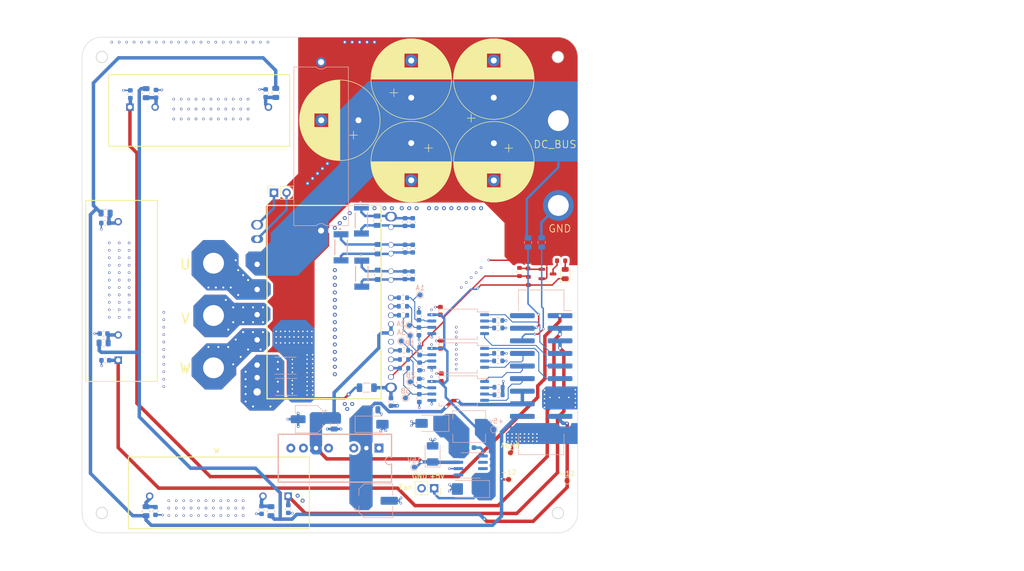
<source format=kicad_pcb>
(kicad_pcb (version 20221018) (generator pcbnew)
  (layers (0 "F.Cu" signal) (1 "In1.Cu" signal) (2 "In2.Cu" signal) (31 "B.Cu" signal) (34 "B.Paste" user) (35 "F.Paste" user) (36 "B.SilkS" user "B.Silkscreen") (37 "F.SilkS" user "F.Silkscreen") (38 "B.Mask" user) (39 "F.Mask" user) (44 "Edge.Cuts" user))
  (net 0 "")
  (net 1 "/CSO3")
  (net 2 "Net-(A1-NEG)")
  (net 3 "Net-(A1-POS)")
  (net 4 "/CSO1")
  (net 5 "Net-(A2-NEG)")
  (net 6 "Net-(A2-POS)")
  (net 7 "/CSO2")
  (net 8 "Net-(A3-NEG)")
  (net 9 "Net-(A3-POS)")
  (net 11 "D12V1")
  (net 14 "+15V1")
  (net 15 "GND")
  (net 17 "12VGND")
  (net 18 "AGND")
  (net 19 "DC_BUS")
  (net 20 "Net-(U2-CB)")
  (net 21 "Net-(D1-K)")
  (net 22 "Net-(Q1-CSC)")
  (net 23 "+5V1")
  (net 24 "/M+1")
  (net 25 "/M-1")
  (net 26 "/M+2")
  (net 27 "/M-2")
  (net 28 "/M+3")
  (net 29 "/M-3")
  (net 30 "/OPWM1B")
  (net 31 "/OPWM2B")
  (net 32 "/OPWM3B")
  (net 33 "/OPWM1A")
  (net 34 "/OPWM2A")
  (net 35 "/OPWM3A")
  (net 36 "Net-(D3-K)")
  (net 37 "/PWM1A_5V")
  (net 38 "Net-(IC1-CATHODE_1)")
  (net 39 "Net-(IC1-CATHODE_2)")
  (net 40 "/PWM2A_5V")
  (net 41 "/PWM3A_5V")
  (net 42 "Net-(IC2-CATHODE_1)")
  (net 43 "Net-(IC2-CATHODE_2)")
  (net 44 "/PWM1B_5V")
  (net 45 "/PWM2B_5V")
  (net 46 "Net-(IC3-CATHODE_1)")
  (net 47 "Net-(IC3-CATHODE_2)")
  (net 48 "/PWM3B_5V")
  (net 49 "/U")
  (net 50 "-12")
  (net 51 "/DC_BUS_2M")
  (net 52 "/GND_2M")
  (net 53 "+12")
  (net 54 "/V")
  (net 55 "/W")
  (net 56 "Net-(J9-Pin_1)")
  (net 57 "Net-(J9-Pin_2)")
  (net 58 "/CSC")
  (net 59 "/DSP_PWM1_~{FAULT_5V}")
  (net 60 "Net-(Q1-IN(WL))")
  (net 61 "Net-(Q1-IN(VL))")
  (net 62 "Net-(Q1-IN(UL))")
  (net 63 "Net-(Q1-IN(WH))")
  (net 64 "Net-(Q1-IN(VH))")
  (net 65 "Net-(Q1-IN(UH))")
  (net 66 "Net-(Q2-B)")
  (net 67 "Net-(Q2-C)")
  (footprint "Capacitor_THT:CP_Radial_D16.0mm_P7.50mm" (layer "F.Cu") (at 222.06 54.200001 90)
    (fp_text reference "C19" hide)
    (fp_text value "47uF/450V")
  )
  (footprint "Resistor_SMD:R_0603_1608Metric" (layer "F.Cu") (at 229.05 91.175 90)
    (fp_text reference "R33" hide)
    (fp_text value "10K")
  )
  (footprint "Package_TO_SOT_SMD:SOT-23-3" (layer "F.Cu") (at 232.8875 89.775)
    (fp_text reference "Q2" hide)
    (fp_text value "FMMT618TA")
  )
  (footprint "Capacitor_THT:CP_Radial_D16.0mm_P7.50mm" (layer "F.Cu") (at 205.41 54.21 90)
    (fp_text reference "C60" hide)
    (fp_text value "47uF/450V")
  )
  (footprint "TestPoint:TestPoint_Pad_D1.0mm" (layer "F.Cu") (at 236.85 131.475)
    (fp_text reference "-12")
    (fp_text value "-12")
  )
  (footprint "inverter_lib:XDCR_LA55-P" (layer "F.Cu") (at 146.9675 93.185 90)
    (fp_text reference "A3" hide)
    (fp_text value "LA55-P")
  )
  (footprint "inverter_lib:M3_smt" (layer "F.Cu") (at 165.525 87.601)
    (fp_text reference "J1" hide)
    (fp_text value "Phase 1")
  )
  (footprint "TestPoint:TestPoint_Pad_D1.0mm" (layer "F.Cu") (at 225.075 131.225)
    (fp_text reference "+12")
    (fp_text value "+12")
  )
  (footprint "Resistor_SMD:R_0603_1608Metric" (layer "F.Cu") (at 235.65 87.1)
    (fp_text reference "R36" hide)
    (fp_text value "301R")
  )
  (footprint "inverter_lib:M3_smt" (layer "F.Cu") (at 235.09 75.95)
    (fp_text reference "J7" hide)
    (fp_text value "GND")
  )
  (footprint "LED_SMD:LED_0805_2012Metric" (layer "F.Cu") (at 236.475 89.7875 90)
    (fp_text reference "D3" hide)
    (fp_text value "LEDRED")
  )
  (footprint "inverter_lib:XDCR_LA55-P" (layer "F.Cu") (at 166.61 133.915 180)
    (fp_text reference "A1" hide)
    (fp_text value "LA55-P")
  )
  (footprint "inverter_lib:M3_smt" (layer "F.Cu") (at 165.525 98.151)
    (fp_text reference "J3" hide)
    (fp_text value "Phase 2")
  )
  (footprint "inverter_lib:M3_smt" (layer "F.Cu") (at 235.09 58.83)
    (fp_text reference "J6" hide)
    (fp_text value "DC_BUS")
  )
  (footprint "Capacitor_THT:CP_Radial_D16.0mm_P7.50mm" (layer "F.Cu") (at 194.76 58.76 180)
    (fp_text reference "C59" hide)
    (fp_text value "47uF/450V")
  )
  (footprint "TestPoint:TestPoint_Pad_D1.0mm" (layer "F.Cu") (at 225.425 125.85)
    (fp_text reference "AGND")
    (fp_text value "AGND")
  )
  (footprint "inverter_lib:M3_smt" (layer "F.Cu") (at 165.525 108.701)
    (fp_text reference "J4" hide)
    (fp_text value "Phase 3")
  )
  (footprint "Capacitor_THT:CP_Radial_D16.0mm_P7.50mm" (layer "F.Cu") (at 205.41 63.367246 -90)
    (fp_text reference "C61" hide)
    (fp_text value "47uF/450V")
  )
  (footprint "Capacitor_SMD:C_0603_1608Metric" (layer "F.Cu") (at 211.325 104.025 -90)
    (fp_text reference "C38" hide)
    (fp_text value "100nf")
  )
  (footprint "inverter_lib:XDCR_LA55-P" (layer "F.Cu") (at 162.635 56.7825)
    (fp_text reference "A2" hide)
    (fp_text value "LA55-P")
  )
  (footprint "Connector_PinSocket_2.54mm:PinSocket_1x02_P2.54mm_Vertical" (layer "F.Cu") (at 177.72 73.375 90)
    (fp_text reference "J9" hide)
    (fp_text value "Conn_01x02_Pin")
  )
  (footprint "Resistor_SMD:R_0603_1608Metric" (layer "F.Cu") (at 227.25 89.375 -90)
    (fp_text reference "R34" hide)
    (fp_text value "10K")
  )
  (footprint "Connector_PinSocket_2.54mm:PinSocket_1x02_P2.54mm_Vertical" (layer "F.Cu") (at 210.04 133 -90)
    (fp_text reference "J5" hide)
    (fp_text value "Fan")
  )
  (footprint "Resistor_SMD:R_0603_1608Metric" (layer "F.Cu") (at 228.975 87.825 90)
    (fp_text reference "R35" hide)
    (fp_text value "2K")
  )
  (footprint "Capacitor_SMD:C_0603_1608Metric" (layer "F.Cu") (at 211.3 97.225 -90)
    (fp_text reference "C27" hide)
    (fp_text value "100nf")
  )
  (footprint "Capacitor_SMD:C_0603_1608Metric" (layer "F.Cu") (at 211.5 110.625 -90)
    (fp_text reference "C39" hide)
    (fp_text value "100nf")
  )
  (footprint "Capacitor_THT:CP_Radial_D16.0mm_P7.50mm" (layer "F.Cu") (at 222.08 63.397246 -90)
    (fp_text reference "C62" hide)
    (fp_text value "47uF/450V")
  )
  (footprint "Capacitor_SMD:C_0603_1608Metric" (layer "B.Cu") (at 143.34 101.79 180)
    (fp_text reference "C3" hide)
    (fp_text value "47nf")
  )
  (footprint "TestPoint:TestPoint_Pad_D1.0mm" (layer "B.Cu") (at 203.4 103.3 180)
    (fp_text reference "1B")
    (fp_text value "OPWM1B")
  )
  (footprint "inverter_lib:MELF_DO-213AB" (layer "B.Cu") (at 195.43 89.705 -90)
    (fp_text reference "Z3" hide)
    (fp_text value "ZM4746A-GS08" hide)
  )
  (footprint "Resistor_SMD:R_0603_1608Metric" (layer "B.Cu") (at 222.96 107.31)
    (fp_text reference "R21" hide)
    (fp_text value "750R")
  )
  (footprint "TestPoint:TestPoint_Pad_D1.0mm" (layer "B.Cu") (at 205.2 102.2 180)
    (fp_text reference "3A")
    (fp_text value "OPWM3A")
  )
  (footprint "TestPoint:TestPoint_Pad_D1.0mm" (layer "B.Cu") (at 205.2 111.525 180)
    (fp_text reference "2B")
    (fp_text value "OPWM2B")
  )
  (footprint "Package_SO:SOIC-8_7.5x5.85mm_P1.27mm" (layer "B.Cu") (at 214.885 99.895 180)
    (fp_text reference "IC1" hide)
    (fp_text value "TLP2270_D4-LF4,E")
  )
  (footprint "TestPoint:TestPoint_Pad_D1.0mm" (layer "B.Cu") (at 204.25 114.8 180)
    (fp_text reference "3B")
    (fp_text value "OPWM3B")
  )
  (footprint "Resistor_SMD:R_2512_6332Metric" (layer "B.Cu") (at 180.18 112.55)
    (fp_text reference "R24" hide)
    (fp_text value "8mR")
  )
  (footprint "Resistor_SMD:R_0603_1608Metric" (layer "B.Cu") (at 203.765 98.1)
    (fp_text reference "R32" hide)
    (fp_text value "100R")
  )
  (footprint "inverter_lib:MELF_DO-213AB" (layer "B.Cu") (at 195.36 78.975 -90)
    (fp_text reference "Z1" hide)
    (fp_text value "ZM4746A-GS08" hide)
  )
  (footprint "Resistor_SMD:R_0805_2012Metric" (layer "B.Cu") (at 143.7525 77.49)
    (fp_text reference "RB3" hide)
    (fp_text value "0R")
  )
  (footprint "Capacitor_SMD:CP_Elec_5x5.4" (layer "B.Cu") (at 184.8 119.07 180)
    (fp_text reference "C58" hide)
    (fp_text value "22uf 25V")
  )
  (footprint "Resistor_SMD:R_0603_1608Metric" (layer "B.Cu") (at 223.025 114.15)
    (fp_text reference "R23" hide)
    (fp_text value "750R")
  )
  (footprint "inverter_lib:FNC42060F" (layer "B.Cu") (at 187.825 95.8845)
    (fp_text reference "Q1" hide)
    (fp_text value "FNC42060F" hide)
  )
  (footprint "inverter_lib:MELF_DO-213AB" (layer "B.Cu") (at 191.25 84.395 -90)
    (fp_text reference "Z2" hide)
    (fp_text value "ZM4746A-GS08" hide)
  )
  (footprint "Diode_SMD:D_SMA" (layer "B.Cu") (at 209.5 119.9 180)
    (fp_text reference "D1" hide)
    (fp_text value "1N5819")
  )
  (footprint "Resistor_SMD:R_0603_1608Metric" (layer "B.Cu") (at 203.725 96.29)
    (fp_text reference "R31" hide)
    (fp_text value "100R")
  )
  (footprint "Capacitor_SMD:C_0805_2012Metric" (layer "B.Cu") (at 198.76 89.94 -90)
    (fp_text reference "C52" hide)
    (fp_text value "100nf")
  )
  (footprint "Capacitor_SMD:C_0603_1608Metric" (layer "B.Cu") (at 201.32 115.585 90)
    (fp_text reference "C24" hide)
    (fp_text value "1nf")
  )
  (footprint "Capacitor_SMD:C_0603_1608Metric" (layer "B.Cu") (at 217.275 124.8 180)
    (fp_text reference "C23" hide)
    (fp_text value "10nF")
  )
  (footprint "Capacitor_SMD:C_0603_1608Metric" (layer "B.Cu") (at 143.69 107.19)
    (fp_text reference "C5" hide)
    (fp_text value "4.7uF")
  )
  (footprint "Package_SO:SOIC-8_7.5x5.85mm_P1.27mm" (layer "B.Cu") (at 214.885 113.36 180)
    (fp_text reference "IC3" hide)
    (fp_text value "TLP2270_D4-LF4,E")
  )
  (footprint "Capacitor_SMD:C_0603_1608Metric" (layer "B.Cu") (at 204.16 79.305 -90)
    (fp_text reference "C40" hide)
    (fp_text value "2.2uf")
  )
  (footprint "Capacitor_SMD:C_0805_2012Metric" (layer "B.Cu") (at 198.53 79.02 -90)
    (fp_text reference "C50" hide)
    (fp_text value "100nf")
  )
  (footprint "Resistor_SMD:R_0603_1608Metric" (layer "B.Cu") (at 222.965 105.77)
    (fp_text reference "R16" hide)
    (fp_text value "750R")
  )
  (footprint "Resistor_SMD:R_0603_1608Metric" (layer "B.Cu") (at 222.965 99.15)
    (fp_text reference "R13" hide)
    (fp_text value "750R")
  )
  (footprint "Package_SO:SOIC-8_3.9x4.9mm_P1.27mm" (layer "B.Cu") (at 217.4 128.4 180)
    (fp_text reference "U2" hide)
    (fp_text value "LM2675M-5.0")
  )
  (footprint "Capacitor_SMD:C_0805_2012Metric" (layer "B.Cu") (at 189.86 120.1 90)
    (fp_text reference "C56" hide)
    (fp_text value "100nF")
  )
  (footprint "Resistor_SMD:R_0805_2012Metric" (layer "B.Cu") (at 151.925 53.2925 90)
    (fp_text reference "RB5" hide)
    (fp_text value "0R")
  )
  (footprint "Capacitor_Tantalum_SMD:CP_EIA-6032-28_Kemet-C_Pad2.25x2.35mm_HandSolder" (layer "B.Cu") (at 217.275 133.15 180)
    (fp_text reference "C25" hide)
    (fp_text value "68uF 16V Tantalum")
  )
  (footprint "Resistor_SMD:R_0805_2012Metric" (layer "B.Cu") (at 178.075 53.2425 90)
    (fp_text reference "RB2" hide)
    (fp_text value "0R")
  )
  (footprint "Capacitor_SMD:C_0603_1608Metric" (layer "B.Cu") (at 153.81 137.59 -90)
    (fp_text reference "C1" hide)
    (fp_text value "47nf")
  )
  (footprint "Resistor_SMD:R_0603_1608Metric" (layer "B.Cu") (at 203.955 107.02)
    (fp_text reference "R28" hide)
    (fp_text value "100R")
  )
  (footprint "Diode_SMD:D_SMA" (layer "B.Cu") (at 197.6 120.09)
    (fp_text reference "D2" hide)
    (fp_text value "1N5819")
  )
  (footprint "Resistor_SMD:R_0603_1608Metric" (layer "B.Cu") (at 223.025 112.62)
    (fp_text reference "R22" hide)
    (fp_text value "750R")
  )
  (footprint "Capacitor_SMD:C_0603_1608Metric" (layer "B.Cu") (at 207.11 105.35 -90)
    (fp_text reference "C57" hide)
    (fp_text value "100pf")
  )
  (footprint "Capacitor_SMD:C_0603_1608Metric" (layer "B.Cu") (at 207.03 111.695 -90)
    (fp_text reference "C44" hide)
    (fp_text value "100pf")
  )
  (footprint "Capacitor_SMD:C_0603_1608Metric" (layer "B.Cu") (at 205.68 90.035 -90)
    (fp_text reference "C47" hide)
    (fp_text value "2.2uf")
  )
  (footprint "Capacitor_SMD:C_0603_1608Metric" (layer "B.Cu") (at 207.1 108.425 90)
    (fp_text reference "C43" hide)
    (fp_text value "100pf")
  )
  (footprint "Capacitor_SMD:CP_Elec_6.3x7.7" (layer "B.Cu") (at 198.27 135.52)
    (fp_text reference "C53" hide)
    (fp_text value "100uf 50V")
  )
  (footprint "TestPoint:TestPoint_Pad_D1.0mm" (layer "B.Cu") (at 206.025 128.75 180)
    (fp_text reference "15V")
    (fp_text value "Test15V")
  )
  (footprint "Capacitor_SMD:C_0603_1608Metric" (layer "B.Cu") (at 180.61 137.19 -90)
    (fp_text reference "C4" hide)
    (fp_text value "4.7uF")
  )
  (footprint "Capacitor_SMD:C_0603_1608Metric" (layer "B.Cu") (at 204.17 84.655 -90)
    (fp_text reference "C41" hide)
    (fp_text value "2.2uf")
  )
  (footprint "Capacitor_SMD:C_0603_1608Metric" (layer "B.Cu") (at 153.925 53.43 90)
    (fp_text reference "C9" hide)
    (fp_text value "47nf")
  )
  (footprint "Connector_IDC:IDC-Header_2x10_P2.54mm_Vertical_SMD" (layer "B.Cu") (at 231.63 109.61 180)
    (fp_text reference "J2" hide)
    (fp_text value "DSP")
  )
  (footprint "TestPoint:TestPoint_Pad_D1.0mm" (layer "B.Cu") (at 207.2 94 180)
    (fp_text reference "1A")
    (fp_text value "OPWM1A")
  )
  (footprint "Capacitor_SMD:C_0603_1608Metric" (layer "B.Cu") (at 204.13 90.035 -90)
    (fp_text reference "C42" hide)
    (fp_text value "2.2uf")
  )
  (footprint "Capacitor_SMD:C_0603_1608Metric" (layer "B.Cu") (at 148.75 53.505 -90)
    (fp_text reference "C6" hide)
    (fp_text value "4.7uF")
  )
  (footprint "Capacitor_SMD:C_0603_1608Metric" (layer "B.Cu") (at 206.96 98.295 -90)
    (fp_text reference "C54" hide)
    (fp_text value "100pf")
  )
  (footprint "Package_SO:SOIC-8_7.5x5.85mm_P1.27mm" (layer "B.Cu") (at 214.885 106.695 180)
    (fp_text reference "IC2" hide)
    (fp_text value "TLP2270_D4-LF4,E")
  )
  (footprint "Resistor_SMD:R_0805_2012Metric" (layer "B.Cu") (at 228.975 83.425 -90)
    (fp_text reference "R11" hide)
    (fp_text value "2M")
  )
  (footprint "Capacitor_SMD:C_0603_1608Metric" (layer "B.Cu") (at 206.96 101.345 90)
    (fp_text reference "C55" hide)
    (fp_text value "100pf" hide)
  )
  (footprint "Capacitor_SMD:C_0805_2012Metric" (layer "B.Cu") (at 197.73 117.16 180)
    (fp_text reference "C48" hide)
    (fp_text value "100nF")
  )
  (footprint "Resistor_SMD:R_0805_2012Metric" (layer "B.Cu") (at 177.11 137.6275 -90)
    (fp_text reference "RB4" hide)
    (fp_text value "0R")
  )
  (footprint "Capacitor_SMD:C_0603_1608Metric" (layer "B.Cu") (at 205.71 79.295 -90)
    (fp_text reference "C45" hide)
    (fp_text value "2.2uf")
  )
  (footprint "TestPoint:TestPoint_Pad_D1.0mm" (layer "B.Cu") (at 222.125 121.15 180)
    (fp_text reference "+5v")
    (fp_text value "Test5V")
  )
  (footprint "Capacitor_SMD:C_0603_1608Metric" (layer "B.Cu") (at 143.665 79.49 180)
    (fp_text reference "C7" hide)
    (fp_text value "47nf")
  )
  (footprint "Resistor_SMD:R_0603_1608Metric" (layer "B.Cu") (at 203.965 108.77)
    (fp_text reference "R29" hide)
    (fp_text value "100R")
  )
  (footprint "Resistor_SMD:R_2512_6332Metric" (layer "B.Cu") (at 180.05 108.27)
    (fp_text reference "R25" hide)
    (fp_text value "8mR")
  )
  (footprint "Inductor_SMD:L_6.3x6.3_H3" (layer "B.Cu") (at 217.1 120.55)
    (fp_text reference "L1" hide)
    (fp_text value "47uH")
  )
  (footprint "Resistor_SMD:R_0805_2012Metric" (layer "B.Cu") (at 143.3525 103.69 180)
    (fp_text reference "RB6" hide)
    (fp_text value "0R")
  )
  (footprint "self_lib:无感电容" (layer "B.Cu") (at 187.225 64.025 180)
    (fp_text reference "REF**" hide)
    (fp_text value "无感电容")
  )
  (footprint "TestPoint:TestPoint_Pad_D1.0mm" (layer "B.Cu") (at 205.025 100.15 180)
    (fp_text reference "2A")
    (fp_text value "OPWM2A")
  )
  (footprint "Capacitor_SMD:C_0805_2012Metric" (layer "B.Cu") (at 198.72 84.77 -90)
    (fp_text reference "C51" hide)
    (fp_text value "100nf")
  )
  (footprint "Resistor_SMD:R_0805_2012Metric" (layer "B.Cu") (at 151.91 137.6275 -90)
    (fp_text reference "RB1" hide)
    (fp_text value "0R")
  )
  (footprint "Capacitor_SMD:C_0603_1608Metric" (layer "B.Cu") (at 175.21 137.39 -90)
    (fp_text reference "C8" hide)
    (fp_text value "47nf")
  )
  (footprint "inverter_lib:VRB_S-6WR3" (layer "B.Cu") (at 198.9 124.9 90)
    (fp_text reference "A6" hide)
    (fp_text value "VRB1215S-6WR3" hide)
  )
  (footprint "Capacitor_SMD:C_0603_1608Metric" (layer "B.Cu") (at 176.05 53.305 90)
    (fp_text reference "C2" hide)
    (fp_text value "47nf")
  )
  (footprint "Capacitor_SMD:C_0603_1608Metric" (layer "B.Cu") (at 207.04 114.815 90)
    (fp_text reference "C49" hide)
    (fp_text value "100pf")
  )
  (footprint "Capacitor_Tantalum_SMD:CP_EIA-3528-21_Kemet-B_Pad1.50x2.35mm_HandSolder" (layer "B.Cu") (at 209.725 126.075 90)
    (fp_text reference "C20" hide)
    (fp_text value "15uF 50V Tantalum")
  )
  (footprint "Resistor_SMD:R_0603_1608Metric" (layer "B.Cu") (at 222.965 100.67)
    (fp_text reference "R14" hide)
    (fp_text value "750R")
  )
  (footprint "Capacitor_SMD:C_0603_1608Metric" (layer "B.Cu") (at 205.71 84.65 -90)
    (fp_text reference "C46" hide)
    (fp_text value "2.2uf")
  )
  (footprint "Resistor_SMD:R_0805_2012Metric" (layer "B.Cu") (at 231.725 83.4 -90)
    (fp_text reference "R12" hide)
    (fp_text value "2M")
  )
  (footprint "Resistor_SMD:R_0603_1608Metric" (layer "B.Cu") (at 203.955 105.18)
    (fp_text reference "R27" hide)
    (fp_text value "100R")
  )
  (footprint "Resistor_SMD:R_0603_1608Metric" (layer "B.Cu") (at 203.745 94.56)
    (fp_text reference "R30" hide)
    (fp_text value "100R")
  )
  (footprint "Resistor_SMD:R_1206_3216Metric" (layer "B.Cu") (at 196.43 112.71 180)
    (fp_text reference "R26" hide)
    (fp_text value "2k")
  )
  (gr_arc (start 235 42) (mid 237.828427 43.171573) (end 239 46) (stroke (width 0.1)) (layer "Edge.Cuts"))
  (gr_arc (start 139 46) (mid 140.171573 43.171573) (end 143 42) (stroke (width 0.1)) (layer "Edge.Cuts"))
  (gr_circle (center 235 46) (end 236.15 46) (stroke (width 0.15)) (fill none) (layer "Edge.Cuts"))
  (gr_circle (center 143 46) (end 144.15 46) (stroke (width 0.15)) (fill none) (layer "Edge.Cuts"))
  (gr_line (start 239 46) (end 239 138) (stroke (width 0.1)) (layer "Edge.Cuts"))
  (gr_line (start 143 42) (end 235 42) (stroke (width 0.1)) (layer "Edge.Cuts"))
  (gr_arc (start 239 138) (mid 237.828427 140.828427) (end 235 142) (stroke (width 0.1)) (layer "Edge.Cuts"))
  (gr_circle (center 235 138) (end 236.15 138) (stroke (width 0.15)) (fill none) (layer "Edge.Cuts"))
  (gr_line (start 235 142) (end 143 142) (stroke (width 0.1)) (layer "Edge.Cuts"))
  (gr_line (start 139 138) (end 139 46) (stroke (width 0.1)) (layer "Edge.Cuts"))
  (gr_circle (center 143 138) (end 144.15 138) (stroke (width 0.15)) (fill none) (layer "Edge.Cuts"))
  (gr_arc (start 143 142) (mid 140.171573 140.828427) (end 139 138) (stroke (width 0.1)) (layer "Edge.Cuts"))
  (gr_text "U" (at 158.595238 89) (layer "F.SilkS") (effects (font (size 2 2) (thickness 0.3)) (justify left bottom)))
  (gr_text "+5V" (at 209 131.15) (layer "F.SilkS") (effects (font (size 1 1)) (justify left bottom)))
  (gr_text "DC_BUS" (at 230 64.5) (layer "F.SilkS") (effects (font (size 1.5 1.5)) (justify left bottom)))
  (gr_text "Fan" (at 202.875 133.375) (layer "F.SilkS") (effects (font (size 1 1)) (justify left bottom)))
  (gr_text "GND\n" (at 205.475 131.15) (layer "F.SilkS") (effects (font (size 1 1)) (justify left bottom)))
  (gr_text "GND\n" (at 233 81.5) (layer "F.SilkS") (effects (font (size 1.5 1.5)) (justify left bottom)))
  (gr_text "V" (at 158.785714 100) (layer "F.SilkS") (effects (font (size 2 2) (thickness 0.3)) (justify left bottom)))
  (gr_text "W" (at 165.5 126) (layer "F.SilkS") (effects (font (size 1 1)) (justify left bottom)))
  (gr_text "W" (at 158.5 110) (layer "F.SilkS") (effects (font (size 2 2) (thickness 0.3)) (justify left bottom)))
  (segment (start 184.065 138.075) (end 180.58 134.59) (width 0.7) (layer "F.Cu") (net 1))
  (segment (start 234.925 118.75) (end 234.925 129.85) (width 0.7) (layer "F.Cu") (net 1))
  (segment (start 226.7 138.075) (end 184.065 138.075) (width 0.7) (layer "F.Cu") (net 1))
  (segment (start 235.425 104.7405) (end 236.2 105.5155) (width 0.7) (layer "F.Cu") (net 1))
  (segment (start 234.925 129.85) (end 226.7 138.075) (width 0.7) (layer "F.Cu") (net 1))
  (segment (start 236.2 105.5155) (end 236.2 117.475) (width 0.7) (layer "F.Cu") (net 1))
  (segment (start 236.2 117.475) (end 234.925 118.75) (width 0.7) (layer "F.Cu") (net 1))
  (via (at 235.425 104.7405) (size 0.7) (drill 0.5) (layers "F.Cu" "B.Cu") (net 1))
  (segment (start 180.58 136.385) (end 180.61 136.415) (width 0.7) (layer "B.Cu") (net 1))
  (segment (start 235.425 104.7405) (end 235.425 103.265) (width 0.7) (layer "B.Cu") (net 1))
  (segment (start 235.425 103.265) (end 235.43 103.26) (width 0.7) (layer "B.Cu") (net 1))
  (segment (start 180.58 134.59) (end 180.58 136.385) (width 0.7) (layer "B.Cu") (net 1))
  (segment (start 177.01 136.615) (end 177.11 136.715) (width 0.7) (layer "B.Cu") (net 2))
  (segment (start 175.5 134.59) (end 175.5 135.125) (width 0.7) (layer "B.Cu") (net 2))
  (segment (start 175.21 135.415) (end 175.21 136.615) (width 0.7) (layer "B.Cu") (net 2))
  (segment (start 175.5 135.125) (end 175.21 135.415) (width 0.7) (layer "B.Cu") (net 2))
  (segment (start 175.21 136.615) (end 177.01 136.615) (width 0.7) (layer "B.Cu") (net 2))
  (segment (start 153.71 136.715) (end 153.81 136.815) (width 0.7) (layer "B.Cu") (net 3))
  (segment (start 152.64 134.59) (end 152.64 135.16) (width 0.7) (layer "B.Cu") (net 3))
  (segment (start 152.64 135.16) (end 151.91 135.89) (width 0.7) (layer "B.Cu") (net 3))
  (segment (start 151.91 136.715) (end 153.71 136.715) (width 0.7) (layer "B.Cu") (net 3))
  (segment (start 151.91 135.89) (end 151.91 136.715) (width 0.7) (layer "B.Cu") (net 3))
  (segment (start 164.875 130.65) (end 150.075 115.85) (width 0.7) (layer "F.Cu") (net 4))
  (segment (start 235.4 98.175) (end 235.4 99.275) (width 0.7) (layer "F.Cu") (net 4))
  (segment (start 232.375 102.3) (end 232.375 110.9) (width 0.7) (layer "F.Cu") (net 4))
  (segment (start 230.925 114.65) (end 214.925 130.65) (width 0.7) (layer "F.Cu") (net 4))
  (segment (start 150.075 115.85) (end 150.075 65.375) (width 0.7) (layer "F.Cu") (net 4))
  (segment (start 148.665 63.965) (end 148.665 56.1075) (width 0.7) (layer "F.Cu") (net 4))
  (segment (start 230.925 112.35) (end 230.925 114.65) (width 0.7) (layer "F.Cu") (net 4))
  (segment (start 150.075 65.375) (end 148.665 63.965) (width 0.7) (layer "F.Cu") (net 4))
  (segment (start 235.4 99.275) (end 232.375 102.3) (width 0.7) (layer "F.Cu") (net 4))
  (segment (start 232.375 110.9) (end 230.925 112.35) (width 0.7) (layer "F.Cu") (net 4))
  (segment (start 214.925 130.65) (end 164.875 130.65) (width 0.7) (layer "F.Cu") (net 4))
  (via (at 235.4 98.175) (size 0.7) (drill 0.5) (layers "F.Cu" "B.Cu") (net 4))
  (segment (start 148.75 56.0225) (end 148.665 56.1075) (width 0.7) (layer "B.Cu") (net 4))
  (segment (start 235.43 98.18) (end 235.405 98.18) (width 0.7) (layer "B.Cu") (net 4))
  (segment (start 148.75 54.28) (end 148.75 56.0225) (width 0.7) (layer "B.Cu") (net 4))
  (segment (start 235.405 98.18) (end 235.4 98.175) (width 0.7) (layer "B.Cu") (net 4))
  (segment (start 153.925 54.205) (end 153.925 55.9275) (width 0.7) (layer "B.Cu") (net 5))
  (segment (start 153.925 55.9275) (end 153.745 56.1075) (width 0.7) (layer "B.Cu") (net 5))
  (segment (start 151.925 54.205) (end 153.925 54.205) (width 0.7) (layer "B.Cu") (net 5))
  (segment (start 176.05 55.5525) (end 176.605 56.1075) (width 0.7) (layer "B.Cu") (net 6))
  (segment (start 176.125 54.155) (end 176.05 54.08) (width 0.7) (layer "B.Cu") (net 6))
  (segment (start 176.05 54.08) (end 176.05 55.5525) (width 0.7) (layer "B.Cu") (net 6))
  (segment (start 178.075 54.155) (end 176.125 54.155) (width 0.7) (layer "B.Cu") (net 6))
  (segment (start 222.95 136.5) (end 206.175 136.5) (width 0.7) (layer "F.Cu") (net 7))
  (segment (start 232.85 117.281371) (end 232.85 126.6) (width 0.7) (layer "F.Cu") (net 7))
  (segment (start 234.2 115.931371) (end 232.85 117.281371) (width 0.7) (layer "F.Cu") (net 7))
  (segment (start 154.475 132.975) (end 146.2925 124.7925) (width 0.7) (layer "F.Cu") (net 7))
  (segment (start 146.2925 124.7925) (end 146.2925 107.155) (width 0.7) (layer "F.Cu") (net 7))
  (segment (start 202.65 132.975) (end 154.475 132.975) (width 0.7) (layer "F.Cu") (net 7))
  (segment (start 232.85 126.6) (end 222.95 136.5) (width 0.7) (layer "F.Cu") (net 7))
  (segment (start 234.2 103.175) (end 234.2 115.931371) (width 0.7) (layer "F.Cu") (net 7))
  (segment (start 235.425 101.95) (end 234.2 103.175) (width 0.7) (layer "F.Cu") (net 7))
  (segment (start 206.175 136.5) (end 202.65 132.975) (width 0.7) (layer "F.Cu") (net 7))
  (via (at 235.425 101.95) (size 0.7) (drill 0.5) (layers "F.Cu" "B.Cu") (net 7))
  (segment (start 235.425 101.95) (end 235.425 100.725) (width 0.7) (layer "B.Cu") (net 7))
  (segment (start 235.425 100.725) (end 235.43 100.72) (width 0.7) (layer "B.Cu") (net 7))
  (segment (start 144.465 107.19) (end 146.2575 107.19) (width 0.7) (layer "B.Cu") (net 7))
  (segment (start 146.2575 107.19) (end 146.2925 107.155) (width 0.7) (layer "B.Cu") (net 7))
  (segment (start 144.4 102.075) (end 144.115 101.79) (width 0.7) (layer "B.Cu") (net 8))
  (segment (start 144.265 103.69) (end 144.265 101.94) (width 0.7) (layer "B.Cu") (net 8))
  (segment (start 146.2925 102.075) (end 144.4 102.075) (width 0.7) (layer "B.Cu") (net 8))
  (segment (start 144.265 101.94) (end 144.115 101.79) (width 0.7) (layer "B.Cu") (net 8))
  (segment (start 144.44 78.36) (end 144.44 79.49) (width 0.7) (layer "B.Cu") (net 9))
  (segment (start 146.2925 79.215) (end 146.0175 79.49) (width 0.7) (layer "B.Cu") (net 9))
  (segment (start 144.665 78.135) (end 144.44 78.36) (width 0.7) (layer "B.Cu") (net 9))
  (segment (start 144.665 77.49) (end 144.665 78.135) (width 0.7) (layer "B.Cu") (net 9))
  (segment (start 146.0175 79.49) (end 144.44 79.49) (width 0.7) (layer "B.Cu") (net 9))
  (segment (start 214.8 115.325) (end 213.725 115.325) (width 0.7) (layer "F.Cu") (net 11))
  (segment (start 213.725 115.325) (end 212.475 116.575) (width 0.7) (layer "F.Cu") (net 11))
  (via (at 214.8 115.325) (size 0.7) (drill 0.5) (layers "F.Cu" "B.Cu") (net 11))
  (via (at 212.475 116.575) (size 0.7) (drill 0.5) (layers "F.Cu" "B.Cu") (net 11))
  (segment (start 212.475 116.575) (end 211.5 117.55) (width 0.7) (layer "B.Cu") (net 11))
  (segment (start 227.83 115.96) (end 227.675 116.115) (width 0.7) (layer "B.Cu") (net 11))
  (segment (start 227.675 116.115) (end 215.59 116.115) (width 0.7) (layer "B.Cu") (net 11))
  (segment (start 227.83 113.42) (end 227.83 115.96) (width 0.7) (layer "B.Cu") (net 11))
  (segment (start 215.59 116.115) (end 214.8 115.325) (width 0.7) (layer "B.Cu") (net 11))
  (segment (start 211.5 117.55) (end 200.926371 117.55) (width 0.7) (layer "B.Cu") (net 11))
  (segment (start 200.926371 117.55) (end 199.261371 115.885) (width 0.7) (layer "B.Cu") (net 11))
  (segment (start 198.055 115.885) (end 196.78 117.16) (width 0.7) (layer "B.Cu") (net 11))
  (segment (start 199.261371 115.885) (end 198.055 115.885) (width 0.7) (layer "B.Cu") (net 11))
  (segment (start 206.9 127.075) (end 207.5 127.675) (width 0.7) (layer "F.Cu") (net 14))
  (segment (start 186.2 124.9) (end 188.375 127.075) (width 0.7) (layer "F.Cu") (net 14))
  (segment (start 188.375 127.075) (end 206.9 127.075) (width 0.7) (layer "F.Cu") (net 14))
  (via (at 207.5 127.675) (size 0.7) (drill 0.5) (layers "F.Cu" "B.Cu") (net 14))
  (segment (start 209.79 127.765) (end 209.725 127.7) (width 0.7) (layer "B.Cu") (net 14))
  (segment (start 209.7 127.675) (end 209.725 127.7) (width 0.7) (layer "B.Cu") (net 14))
  (segment (start 198.88 102.18) (end 198.88 104.7) (width 0.7) (layer "B.Cu") (net 14))
  (segment (start 206.025 128.75) (end 206.425 128.75) (width 0.5) (layer "B.Cu") (net 14))
  (segment (start 198.88 104.7) (end 189.86 113.72) (width 0.7) (layer "B.Cu") (net 14))
  (segment (start 189.86 113.72) (end 189.86 119.15) (width 0.7) (layer "B.Cu") (net 14))
  (segment (start 206.425 128.75) (end 207.5 127.675) (width 0.5) (layer "B.Cu") (net 14))
  (segment (start 207.5 127.675) (end 209.7 127.675) (width 0.7) (layer "B.Cu") (net 14))
  (segment (start 214.925 127.765) (end 209.79 127.765) (width 0.7) (layer "B.Cu") (net 14))
  (segment (start 201.325 101.66301) (end 199.39699 101.66301) (width 0.7) (layer "B.Cu") (net 14))
  (segment (start 199.39699 101.66301) (end 198.88 102.18) (width 0.7) (layer "B.Cu") (net 14))
  (segment (start 201.325 99.885) (end 201.325 101.66301) (width 0.7) (layer "B.Cu") (net 14))
  (segment (start 232.7625 90.5125) (end 232.55 90.725) (width 0.3) (layer "F.Cu") (net 15))
  (segment (start 232.55 90.725) (end 231.75 90.725) (width 0.3) (layer "F.Cu") (net 15))
  (segment (start 232.7625 88.0625) (end 232.7625 90.5125) (width 0.3) (layer "F.Cu") (net 15))
  (segment (start 221.1 87) (end 221.05 86.95) (width 0.3) (layer "F.Cu") (net 15))
  (segment (start 210.5 103.25) (end 210.475 103.275) (width 0.3) (layer "F.Cu") (net 15))
  (segment (start 211.3 96.45) (end 210.275 96.45) (width 0.3) (layer "F.Cu") (net 15))
  (segment (start 228.975 87) (end 231.7 87) (width 0.3) (layer "F.Cu") (net 15))
  (segment (start 211.5 109.85) (end 210.5 109.85) (width 0.3) (layer "F.Cu") (net 15))
  (segment (start 211.325 103.25) (end 210.5 103.25) (width 0.3) (layer "F.Cu") (net 15))
  (segment (start 231.7 87) (end 232.7625 88.0625) (width 0.3) (layer "F.Cu") (net 15))
  (segment (start 228.975 87) (end 221.1 87) (width 0.3) (layer "F.Cu") (net 15))
  (via (at 185.51 114.146672) (size 0.5) (drill 0.3) (layers "F.Cu" "B.Cu") (net 15))
  (via (at 178.158896 103.675) (size 0.5) (drill 0.3) (layers "F.Cu" "B.Cu") (net 15))
  (via (at 190 104) (size 0.8) (drill 0.4) (layers "F.Cu" "B.Cu") (net 15))
  (via (at 179.956672 101.35) (size 0.5) (drill 0.3) (layers "F.Cu" "B.Cu") (net 15))
  (via (at 213.1 133.55) (size 0.5) (drill 0.3) (layers "F.Cu" "B.Cu") (net 15))
  (via (at 217.5 90.5) (size 0.5) (drill 0.3) (layers "F.Cu" "B.Cu") (net 15))
  (via (at 180.85556 103.675) (size 0.5) (drill 0.3) (layers "F.Cu" "B.Cu") (net 15))
  (via (at 203.5 76.5) (size 0.8) (drill 0.4) (layers "F.Cu" "B.Cu") (net 15))
  (via (at 218 76.5) (size 0.8) (drill 0.4) (layers "F.Cu" "B.Cu") (net 15))
  (via (at 190 108.5) (size 0.8) (drill 0.4) (layers "F.Cu" "B.Cu") (net 15))
  (via (at 185.51 111.45) (size 0.5) (drill 0.3) (layers "F.Cu" "B.Cu") (net 15))
  (via (at 183.552224 101.35) (size 0.5) (drill 0.3) (layers "F.Cu" "B.Cu") (net 15))
  (via (at 187.5 68.5) (size 0.8) (drill 0.4) (layers "F.Cu" "B.Cu") (net 15))
  (via (at 180.53 119.08) (size 0.5) (drill 0.3) (layers "F.Cu" "B.Cu") (net 15))
  (via (at 181.425 107.025) (size 0.5) (drill 0.3) (layers "F.Cu" "B.Cu") (net 15))
  (via (at 181.425 112.125) (size 0.5) (drill 0.3) (layers "F.Cu" "B.Cu") (net 15))
  (via (at 190 110) (size 0.8) (drill 0.4) (layers "F.Cu" "B.Cu") (net 15))
  (via (at 192 78.5) (size 0.8) (drill 0.4) (layers "F.Cu" "B.Cu") (net 15))
  (via (at 180.85556 102.475) (size 0.5) (drill 0.3) (layers "F.Cu" "B.Cu") (net 15))
  (via (at 184.404 111.486224) (size 0.5) (drill 0.3) (layers "F.Cu" "B.Cu") (net 15))
  (via (at 192.5 117) (size 0.8) (drill 0.4) (layers "F.Cu" "B.Cu") (net 15))
  (via (at 184.451112 102.475) (size 0.5) (drill 0.3) (layers "F.Cu" "B.Cu") (net 15))
  (via (at 184.404 110.587336) (size 0.5) (drill 0.3) (layers "F.Cu" "B.Cu") (net 15))
  (via (at 209.575 102.525) (size 0.5) (drill 0.3) (layers "F.Cu" "B.Cu") (net 15))
  (via (at 221.05 86.95) (size 0.5) (drill 0.3) (layers "F.Cu" "B.Cu") (net 15))
  (via (at 181.425 111.275) (size 0.5) (drill 0.3) (layers "F.Cu" "B.Cu") (net 15))
  (via (at 214.5 105) (size 0.5) (drill 0.3) (layers "F.Cu" "B.Cu") (net 15))
  (via (at 200 76.5) (size 0.8) (drill 0.4) (layers "F.Cu" "B.Cu") (net 15))
  (via (at 193 77.5) (size 0.8) (drill 0.4) (layers "F.Cu" "B.Cu") (net 15))
  (via (at 181.425 109.575) (size 0.5) (drill 0.3) (layers "F.Cu" "B.Cu") (net 15))
  (via (at 181.754448 102.475) (size 0.5) (drill 0.3) (layers "F.Cu" "B.Cu") (net 15))
  (via (at 219.5 88.5) (size 0.5) (drill 0.3) (layers "F.Cu" "B.Cu") (net 15))
  (via (at 190 89) (size 0.8) (drill 0.4) (layers "F.Cu" "B.Cu") (net 15))
  (via (at 215.5 92.5) (size 0.5) (drill 0.3) (layers "F.Cu" "B.Cu") (net 15))
  (via (at 184.404 109.688448) (size 0.5) (drill 0.3) (layers "F.Cu" "B.Cu") (net 15))
  (via (at 215 76.5) (size 0.8) (drill 0.4) (layers "F.Cu" "B.Cu") (net 15))
  (via (at 209.55 116) (size 0.5) (drill 0.3) (layers "F.Cu" "B.Cu") (net 15))
  (via (at 184.451112 103.675) (size 0.5) (drill 0.3) (layers "F.Cu" "B.Cu") (net 15))
  (via (at 213.5 76.5) (size 0.8) (drill 0.4) (layers "F.Cu" "B.Cu") (net 15))
  (via (at 212 76.5) (size 0.8) (drill 0.4) (layers "F.Cu" "B.Cu") (net 15))
  (via (at 218.5 89.5) (size 0.5) (drill 0.3) (layers "F.Cu" "B.Cu") (net 15))
  (via (at 184.404 107.890672) (size 0.5) (drill 0.3) (layers "F.Cu" "B.Cu") (net 15))
  (via (at 206.5 76.5) (size 0.8) (drill 0.4) (layers "F.Cu" "B.Cu") (net 15))
  (via (at 179.057784 102.475) (size 0.5) (drill 0.3) (layers "F.Cu" "B.Cu") (net 15))
  (via (at 185.51 106.95556) (size 0.5) (drill 0.3) (layers "F.Cu" "B.Cu") (net 15))
  (via (at 214.5 100.5) (size 0.5) (drill 0.3) (layers "F.Cu" "B.Cu") (net 15))
  (via (at 209.3 123.1) (size 0.5) (drill 0.3) (layers "F.Cu" "B.Cu") (net 15))
  (via (at 181.754448 101.35) (size 0.5) (drill 0.3) (layers "F.Cu" "B.Cu") (net 15))
  (via (at 186.5 69.5) (size 0.8) (drill 0.4) (layers "F.Cu" "B.Cu") (net 15))
  (via (at 214.5 109) (size 0.5) (drill 0.3) (layers "F.Cu" "B.Cu") (net 15))
  (via (at 184.404 114.182896) (size 0.5) (drill 0.3) (layers "F.Cu" "B.Cu") (net 15))
  (via (at 214.5 102.5) (size 0.5) (drill 0.3) (layers "F.Cu" "B.Cu") (net 15))
  (via (at 213.1 129.05) (size 0.5) (drill 0.3) (layers "F.Cu" "B.Cu") (net 15))
  (via (at 209.55 109.175) (size 0.5) (drill 0.3) (layers "F.Cu" "B.Cu") (net 15))
  (via (at 207 96.5) (size 0.5) (drill 0.3) (layers "F.Cu" "B.Cu") (net 15))
  (via (at 185.51 109.652224) (size 0.5) (drill 0.3) (layers "F.Cu" "B.Cu") (net 15))
  (via (at 190 90.5) (size 0.8) (drill 0.4) (layers "F.Cu" "B.Cu") (net 15))
  (via (at 195 43) (size 0.8) (drill 0.4) (layers "F.Cu" "B.Cu") (net 15))
  (via (at 214.5 107) (size 0.5) (drill 0.3) (layers "F.Cu" "B.Cu") (net 15))
  (via (at 207.05 116.75) (size 0.5) (drill 0.3) (layers "F.Cu" "B.Cu") (net 15))
  (via (at 205.45 120.35) (size 0.5) (drill 0.3) (layers "F.Cu" "B.Cu") (net 15))
  (via (at 190 101) (size 0.8) (drill 0.4) (layers "F.Cu" "B.Cu") (net 15))
  (via (at 214.5 104) (size 0.5) (drill 0.3) (layers "F.Cu" "B.Cu") (net 15))
  (via (at 192 116) (size 0.8) (drill 0.4) (layers "F.Cu" "B.Cu") (net 15))
  (via (at 183.552224 102.475) (size 0.5) (drill 0.3) (layers "F.Cu" "B.Cu") (net 15))
  (via (at 190 99.5) (size 0.8) (drill 0.4) (layers "F.Cu" "B.Cu") (net 15))
  (via (at 198 43) (size 0.8) (drill 0.4) (layers "F.Cu" "B.Cu") (net 15))
  (via (at 190 96.5) (size 0.8) (drill 0.4) (layers "F.Cu" "B.Cu") (net 15))
  (via (at 216.5 91.5) (size 0.5) (drill 0.3) (layers "F.Cu" "B.Cu") (net 15))
  (via (at 214.5 106) (size 0.5) (drill 0.3) (layers "F.Cu" "B.Cu") (net 15))
  (via (at 182.653336 102.475) (size 0.5) (drill 0.3) (layers "F.Cu" "B.Cu") (net 15))
  (via (at 190 105.5) (size 0.8) (drill 0.4) (layers "F.Cu" "B.Cu") (net 15))
  (via (at 185.35 101.35) (size 0.5) (drill 0.3) (layers "F.Cu" "B.Cu") (net 15))
  (via (at 214.5 108) (size 0.5) (drill 0.3) (layers "F.Cu" "B.Cu") (net 15))
  (via (at 185.35 103.675) (size 0.5) (drill 0.3) (layers "F.Cu" "B.Cu") (net 15))
  (via (at 205.45 119.5) (size 0.5) (drill 0.3) (layers "F.Cu" "B.Cu") (net 15))
  (via (at 184.404 113.284) (size 0.5) (drill 0.3) (layers "F.Cu" "B.Cu") (net 15))
  (via (at 182.6 117.85) (size 0.5) (drill 0.3) (layers "F.Cu" "B.Cu") (net 15))
  (via (at 205 76.5) (size 0.8) (drill 0.4) (layers "F.Cu" "B.Cu") (net 15))
  (via (at 179.956672 102.475) (size 0.5) (drill 0.3) (layers "F.Cu" "B.Cu") (net 15))
  (via (at 190 80.5) (size 0.8) (drill 0.4) (layers "F.Cu" "B.Cu") (net 15))
  (via (at 209.5 97) (size 0.5) (drill 0.3) (layers "F.Cu" "B.Cu") (net 15))
  (via (at 188.5 67.5) (size 0.8) (drill 0.4) (layers "F.Cu" "B.Cu") (net 15))
  (via (at 192 43) (size 0.8) (drill 0.4) (layers "F.Cu" "B.Cu") (net 15))
  (via (at 210.2 123.1) (size 0.5) (drill 0.3) (layers "F.Cu" "B.Cu") (net 15))
  (via (at 209 76.5) (size 0.8) (drill 0.4) (layers "F.Cu" "B.Cu") (net 15))
  (via (at 198 76.5) (size 0.8) (drill 0.4) (layers "F.Cu" "B.Cu") (net 15))
  (via (at 182.653336 101.35) (size 0.5) (drill 0.3) (layers "F.Cu" "B.Cu") (net 15))
  (via (at 209.5 110.5) (size 0.5) (drill 0.3) (layers "F.Cu" "B.Cu") (net 15))
  (via (at 207.8 110.925) (size 0.5) (drill 0.3) (layers "F.Cu" "B.Cu") (net 15))
  (via (at 191 79.5) (size 0.8) (drill 0.4) (layers "F.Cu" "B.Cu") (net 15))
  (via (at 210.5 76.5) (size 0.8) (drill 0.4) (layers "F.Cu" "B.Cu") (net 15))
  (via (at 210.275 96.45) (size 0.5) (drill 0.3) (layers "F.Cu" "B.Cu") (net 15))
  (via (at 188.45 121.04) (size 0.5) (drill 0.3) (layers "F.Cu" "B.Cu") (net 15))
  (via (at 181.754448 103.675) (size 0.5) (drill 0.3) (layers "F.Cu" "B.Cu") (net 15))
  (via (at 184.404 108.78956) (size 0.5) (drill 0.3) (layers "F.Cu" "B.Cu") (net 15))
  (via (at 210.475 103.275) (size 0.5) (drill 0.3) (layers "F.Cu" "B.Cu") (net 15))
  (via (at 209.5 104) (size 0.5) (drill 0.3) (layers "F.Cu" "B.Cu") (net 15))
  (via (at 180.85556 101.35) (size 0.5) (drill 0.3) (layers "F.Cu" "B.Cu") (net 15))
  (via (at 185.51 107.854448) (size 0.5) (drill 0.3) (layers "F.Cu" "B.Cu") (net 15))
  (via (at 185.51 110.551112) (size 0.5) (drill 0.3) (layers "F.Cu" "B.Cu") (net 15))
  (via (at 181.425 108.725) (size 0.5) (drill 0.3) (layers "F.Cu" "B.Cu") (net 15))
  (via (at 213.1 132.3) (size 0.5) (drill 0.3) (layers "F.Cu" "B.Cu") (net 15))
  (via (at 210.5 109.85) (size 0.5) (drill 0.3) (layers "F.Cu" "B.Cu") (net 15))
  (via (at 179.057784 103.675) (size 0.5) (drill 0.3) (layers "F.Cu" "B.Cu") (net 15))
  (via (at 184.5 71.5) (size 0.8) (drill 0.4) (layers "F.Cu" "B.Cu") (net 15))
  (via (at 196.5 43) (size 0.8) (drill 0.4) (layers "F.Cu" "B.Cu") (net 15))
  (via (at 182.653336 103.675) (size 0.5) (drill 0.3) (layers "F.Cu" "B.Cu") (net 15))
  (via (at 190 102.5) (size 0.8) (drill 0.4) (layers "F.Cu" "B.Cu") (net 15))
  (via (at 184.451112 101.35) (size 0.5) (drill 0.3) (layers "F.Cu" "B.Cu") (net 15))
  (via (at 193.5 116) (size 0.8) (drill 0.4) (layers "F.Cu" "B.Cu") (net 15))
  (via (at 179.057784 101.35) (size 0.5) (drill 0.3) (layers "F.Cu" "B.Cu") (net 15))
  (via (at 190 95) (size 0.8) (drill 0.4) (layers "F.Cu" "B.Cu") (net 15))
  (via (at 184.404 106.991784) (size 0.5) (drill 0.3) (layers "F.Cu" "B.Cu") (net 15))
  (via (at 185.51 106.056672) (size 0.5) (drill 0.3) (layers "F.Cu" "B.Cu") (net 15))
  (via (at 183.552224 103.675) (size 0.5) (drill 0.3) (layers "F.Cu" "B.Cu") (net 15))
  (via (at 201.5 76.5) (size 0.8) (drill 0.4) (layers "F.Cu" "B.Cu") (net 15))
  (via (at 178.158896 102.475) (size 0.5) (drill 0.3) (layers "F.Cu" "B.Cu") (net 15))
  (via (at 185.51 113.247776) (size 0.5) (drill 0.3) (layers "F.Cu" "B.Cu") (net 15))
  (via (at 190 98) (size 0.8) (drill 0.4) (layers "F.Cu" "B.Cu") (net 15))
  (via (at 206.975 103.075) (size 0.5) (drill 0.3) (layers "F.Cu" "B.Cu") (net 15))
  (via (at 181.425 113.825) (size 0.5) (drill 0.3) (layers "F.Cu" "B.Cu") (net 15))
  (via (at 190 107) (size 0.8) (drill 0.4) (layers "F.Cu" "B.Cu") (net 15))
  (via (at 207.1 103.825) (size 0.5) (drill 0.3) (layers "F.Cu" "B.Cu") (net 15))
  (via (at 178.158896 101.35) (size 0.5) (drill 0.3) (layers "F.Cu" "B.Cu") (net 15))
  (via (at 185.51 112.348888) (size 0.5) (drill 0.3) (layers "F.Cu" "B.Cu") (net 15))
  (via (at 191.23 121.04) (size 0.5) (drill 0.3) (layers "F.Cu" "B.Cu") (net 15))
  (via (at 190 92) (size 0.8) (drill 0.4) (layers "F.Cu" "B.Cu") (net 15))
  (via (at 185.51 108.753336) (size 0.5) (drill 0.3) (layers "F.Cu" "B.Cu") (net 15))
  (via (at 181.425 112.975) (size 0.5) (drill 0.3) (layers "F.Cu" "B.Cu") (net 15))
  (via (at 202.6 116.35) (size 0.5) (drill 0.3) (layers "F.Cu" "B.Cu") (net 15))
  (via (at 193.5 43) (size 0.8) (drill 0.4) (layers "F.Cu" "B.Cu") (net 15))
  (via (at 182.61 120.57) (size 0.5) (drill 0.3) (layers "F.Cu" "B.Cu") (net 15))
  (via (at 185.5 70.5) (size 0.8) (drill 0.4) (layers "F.Cu" "B.Cu") (net 15))
  (via (at 181.425 107.875) (size 0.5) (drill 0.3) (layers "F.Cu" "B.Cu") (net 15))
  (via (at 190 93.5) (size 0.8) (drill 0.4) (layers "F.Cu" "B.Cu") (net 15))
  (via (at 184.404 106.092896) (size 0.5) (drill 0.3) (layers "F.Cu" "B.Cu") (net 15))
  (via (at 214.5 101.5) (size 0.5) (drill 0.3) (layers "F.Cu" "B.Cu") (net 15))
  (via (at 216.5 76.5) (size 0.8) (drill 0.4) (layers "F.Cu" "B.Cu") (net 15))
  (via (at 184.404 112.385112) (size 0.5) (drill 0.3) (layers "F.Cu" "B.Cu") (net 15))
  (via (at 219.5 76.5) (size 0.8) (drill 0.4) (layers "F.Cu" "B.Cu") (net 15))
  (via (at 185.35 102.475) (size 0.5) (drill 0.3) (layers "F.Cu" "B.Cu") (net 15))
  (via (at 179.956672 103.675) (size 0.5) (drill 0.3) (layers "F.Cu" "B.Cu") (net 15))
  (via (at 207.925 109.225) (size 0.5) (drill 0.3) (layers "F.Cu" "B.Cu") (net 15))
  (segment (start 209.56 101.8) (end 209.56 102.51) (width 0.3) (layer "B.Cu") (net 15))
  (segment (start 209.56 115.99) (end 209.55 116) (width 0.3) (layer "B.Cu") (net 15))
  (segment (start 214.725 133.15) (end 213.95 133.15) (width 0.3) (layer "B.Cu") (net 15))
  (segment (start 205.9 119.9) (end 205.45 120.35) (width 0.3) (layer "B.Cu") (net 15))
  (segment (start 207.1 109.2) (end 207.9 109.2) (width 0.3) (layer "B.Cu") (net 15))
  (segment (start 231.67 82.4325) (end 231.67 79.37) (width 0.5) (layer "B.Cu") (net 15))
  (segment (start 209.56 109.165) (end 209.55 109.175) (width 0.3) (layer "B.Cu") (net 15))
  (segment (start 206.96 103.06) (end 206.975 103.075) (width 0.3) (layer "B.Cu") (net 15))
  (segment (start 214.725 133.15) (end 213.5 133.15) (width 0.3) (layer "B.Cu") (net 15))
  (segment (start 207.11 104.575) (end 207.11 103.835) (width 0.3) (layer "B.Cu") (net 15))
  (segment (start 209.56 108.6) (end 209.56 109.165) (width 0.3) (layer "B.Cu") (net 15))
  (segment (start 191.22 121.05) (end 191.23 121.04) (width 0.5) (layer "B.Cu") (net 15))
  (segment (start 213.5 133.15) (end 213.1 133.55) (width 0.3) (layer "B.Cu") (net 15))
  (segment (start 231.67 79.37) (end 235.09 75.95) (width 0.5) (layer "B.Cu") (net 15))
  (segment (start 180.54 119.07) (end 180.53 119.08) (width 0.5) (layer "B.Cu") (net 15))
  (segment (start 207.03 110.92) (end 207.795 110.92) (width 0.3) (layer "B.Cu") (net 15))
  (segment (start 206.96 96.54) (end 207 96.5) (width 0.3) (layer "B.Cu") (net 15))
  (segment (start 214.925 129.035) (end 213.115 129.035) (width 0.3) (layer "B.Cu") (net 15))
  (segment (start 209.56 102.51) (end 209.575 102.525) (width 0.3) (layer "B.Cu") (net 15))
  (segment (start 207.9 109.2) (end 207.925 109.225) (width 0.3) (layer "B.Cu") (net 15))
  (segment (start 206.96 102.12) (end 206.96 103.06) (width 0.3) (layer "B.Cu") (net 15))
  (segment (start 213.115 129.035) (end 213.1 129.05) (width 0.3) (layer "B.Cu") (net 15))
  (segment (start 182.6 119.07) (end 182.6 120.56) (width 0.5) (layer "B.Cu") (net 15))
  (segment (start 188.46 121.05) (end 188.45 121.04) (width 0.5) (layer "B.Cu") (net 15))
  (segment (start 202.59 116.36) (end 202.6 116.35) (width 0.7) (layer "B.Cu") (net 15))
  (segment (start 189.86 121.05) (end 191.22 121.05) (width 0.5) (layer "B.Cu") (net 15))
  (segment (start 182.6 119.07) (end 182.6 117.85) (width 0.5) (layer "B.Cu") (net 15))
  (segment (start 207.11 103.835) (end 207.1 103.825) (width 0.3) (layer "B.Cu") (net 15))
  (segment (start 207.04 116.74) (end 207.05 116.75) (width 0.3) (layer "B.Cu") (net 15))
  (segment (start 209.725 123.525) (end 209.3 123.1) (width 0.3) (layer "B.Cu") (net 15))
  (segment (start 189.86 121.05) (end 188.46 121.05) (width 0.5) (layer "B.Cu") (net 15))
  (segment (start 209.56 115.265) (end 209.56 115.99) (width 0.3) (layer "B.Cu") (net 15))
  (segment (start 205.85 119.9) (end 205.45 119.5) (width 0.3) (layer "B.Cu") (net 15))
  (segment (start 207.795 110.92) (end 207.8 110.925) (width 0.3) (layer "B.Cu") (net 15))
  (segment (start 182.6 120.56) (end 182.61 120.57) (width 0.5) (layer "B.Cu") (net 15))
  (segment (start 207.5 119.9) (end 205.85 119.9) (width 0.3) (layer "B.Cu") (net 15))
  (segment (start 207.04 115.59) (end 207.04 116.74) (width 0.3) (layer "B.Cu") (net 15))
  (segment (start 231.725 82.4875) (end 231.67 82.4325) (width 0.5) (layer "B.Cu") (net 15))
  (segment (start 201.32 116.36) (end 202.59 116.36) (width 0.7) (layer "B.Cu") (net 15))
  (segment (start 207.5 119.9) (end 205.9 119.9) (width 0.3) (layer "B.Cu") (net 15))
  (segment (start 209.725 124.45) (end 209.725 123.525) (width 0.3) (layer "B.Cu") (net 15))
  (segment (start 182.6 119.07) (end 180.54 119.07) (width 0.5) (layer "B.Cu") (net 15))
  (segment (start 209.725 123.575) (end 210.2 123.1) (width 0.3) (layer "B.Cu") (net 15))
  (segment (start 206.96 97.52) (end 206.96 96.54) (width 0.3) (layer "B.Cu") (net 15))
  (segment (start 209.725 124.45) (end 209.725 123.575) (width 0.3) (layer "B.Cu") (net 15))
  (segment (start 213.95 133.15) (end 213.1 132.3) (width 0.3) (layer "B.Cu") (net 15))
  (via (at 232.3 114.95) (size 0.5) (drill 0.3) (layers "F.Cu" "B.Cu") (net 17))
  (via (at 166.5 58.5) (size 0.5) (drill 0.3) (layers "F.Cu" "B.Cu") (net 17))
  (via (at 165 58.5) (size 0.5) (drill 0.3) (layers "F.Cu" "B.Cu") (net 17))
  (via (at 162.5 138.5) (size 0.5) (drill 0.3) (layers "F.Cu" "B.Cu") (net 17))
  (via (at 141.5 101.8) (size 0.5) (drill 0.3) (layers "F.Cu" "B.Cu") (net 17))
  (via (at 167 135.5) (size 0.5) (drill 0.3) (layers "F.Cu" "B.Cu") (net 17))
  (via (at 148.5 98.5) (size 0.5) (drill 0.3) (layers "F.Cu" "B.Cu") (net 17))
  (via (at 171 54.5) (size 0.5) (drill 0.3) (layers "F.Cu" "B.Cu") (net 17))
  (via (at 168.5 137) (size 0.5) (drill 0.3) (layers "F.Cu" "B.Cu") (net 17))
  (via (at 162.5 135.5) (size 0.5) (drill 0.3) (layers "F.Cu" "B.Cu") (net 17))
  (via (at 160.5 58.5) (size 0.5) (drill 0.3) (layers "F.Cu" "B.Cu") (net 17))
  (via (at 146.5 86.5) (size 0.5) (drill 0.3) (layers "F.Cu" "B.Cu") (net 17))
  (via (at 165 56.5) (size 0.5) (drill 0.3) (layers "F.Cu" "B.Cu") (net 17))
  (via (at 146.5 97) (size 0.5) (drill 0.3) (layers "F.Cu" "B.Cu") (net 17))
  (via (at 146.5 98.5) (size 0.5) (drill 0.3) (layers "F.Cu" "B.Cu") (net 17))
  (via (at 171.5 138.5) (size 0.5) (drill 0.3) (layers "F.Cu" "B.Cu") (net 17))
  (via (at 170.5 43) (size 0.5) (drill 0.3) (layers "F.Cu" "B.Cu") (net 17))
  (via (at 235.25 114.7) (size 0.5) (drill 0.3) (layers "F.Cu" "B.Cu") (net 17))
  (via (at 169.5 56.5) (size 0.5) (drill 0.3) (layers "F.Cu" "B.Cu") (net 17))
  (via (at 145 43) (size 0.5) (drill 0.3) (layers "F.Cu" "B.Cu") (net 17))
  (via (at 175 43) (size 0.5) (drill 0.3) (layers "F.Cu" "B.Cu") (net 17))
  (via (at 181.425 138.025) (size 0.5) (drill 0.3) (layers "F.Cu" "B.Cu") (net 17))
  (via (at 157 43) (size 0.5) (drill 0.3) (layers "F.Cu" "B.Cu") (net 17))
  (via (at 142.9 80.75) (size 0.5) (drill 0.3) (layers "F.Cu" "B.Cu") (net 17))
  (via (at 148.5 97) (size 0.5) (drill 0.3) (layers "F.Cu" "B.Cu") (net 17))
  (via (at 168 58.5) (size 0.5) (drill 0.3) (layers "F.Cu" "B.Cu") (net 17))
  (via (at 164 138.5) (size 0.5) (drill 0.3) (layers "F.Cu" "B.Cu") (net 17))
  (via (at 174.8 52.55) (size 0.5) (drill 0.3) (layers "F.Cu" "B.Cu") (net 17))
  (via (at 157.5 56.5) (size 0.5) (drill 0.3) (layers "F.Cu" "B.Cu") (net 17))
  (via (at 151 43) (size 0.5) (drill 0.3) (layers "F.Cu" "B.Cu") (net 17))
  (via (at 176.5 43) (size 0.5) (drill 0.3) (layers "F.Cu" "B.Cu") (net 17))
  (via (at 148.5 91) (size 0.5) (drill 0.3) (layers "F.Cu" "B.Cu") (net 17))
  (via (at 171.5 137) (size 0.5) (drill 0.3) (layers "F.Cu" "B.Cu") (net 17))
  (via (at 167 138.5) (size 0.5) (drill 0.3) (layers "F.Cu" "B.Cu") (net 17))
  (via (at 168 54.5) (size 0.5) (drill 0.3) (layers "F.Cu" "B.Cu") (net 17))
  (via (at 148.5 94) (size 0.5) (drill 0.3) (layers "F.Cu" "B.Cu") (net 17))
  (via (at 148.5 89.5) (size 0.5) (drill 0.3) (layers "F.Cu" "B.Cu") (net 17))
  (via (at 152.5 43) (size 0.5) (drill 0.3) (layers "F.Cu" "B.Cu") (net 17))
  (via (at 156.5 137) (size 0.5) (drill 0.3) (layers "F.Cu" "B.Cu") (net 17))
  (via (at 170 137) (size 0.5) (drill 0.3) (layers "F.Cu" "B.Cu") (net 17))
  (via (at 169.5 54.5) (size 0.5) (drill 0.3) (layers "F.Cu" "B.Cu") (net 17))
  (via (at 232.3 114.075) (size 0.5) (drill 0.3) (layers "F.Cu" "B.Cu") (net 17))
  (via (at 200.3 121.4) (size 0.5) (drill 0.3) (layers "F.Cu" "B.Cu") (net 17))
  (via (at 155.5 108) (size 0.5) (drill 0.3) (layers "F.Cu" "B.Cu") (net 17))
  (via (at 199.4 118.05) (size 0.5) (drill 0.3) (layers "F.Cu" "B.Cu") (net 17))
  (via (at 164.5 43) (size 0.5) (drill 0.3) (layers "F.Cu" "B.Cu") (net 17))
  (via (at 146.5 88) (size 0.5) (drill 0.3) (layers "F.Cu" "B.Cu") (net 17))
  (via (at 144.5 98.5) (size 0.5) (drill 0.3) (layers "F.Cu" "B.Cu") (net 17))
  (via (at 172 43) (size 0.5) (drill 0.3) (layers "F.Cu" "B.Cu") (net 17))
  (via (at 172.5 56.5) (size 0.5) (drill 0.3) (layers "F.Cu" "B.Cu") (net 17))
  (via (at 155.1 52.65) (size 0.5) (drill 0.3) (layers "F.Cu" "B.Cu") (net 17))
  (via (at 154 43) (size 0.5) (drill 0.3) (layers "F.Cu" "B.Cu") (net 17))
  (via (at 148.5 92.5) (size 0.5) (drill 0.3) (layers "F.Cu" "B.Cu") (net 17))
  (via (at 144.5 89.5) (size 0.5) (drill 0.3) (layers "F.Cu" "B.Cu") (net 17))
  (via (at 156.5 135.5) (size 0.5) (drill 0.3) (layers "F.Cu" "B.Cu") (net 17))
  (via (at 160 43) (size 0.5) (drill 0.3) (layers "F.Cu" "B.Cu") (net 17))
  (via (at 162 54.5) (size 0.5) (drill 0.3) (layers "F.Cu" "B.Cu") (net 17))
  (via (at 183.5 135.5) (size 0.8) (drill 0.4) (layers "F.Cu" "B.Cu") (net 17))
  (via (at 148 43) (size 0.5) (drill 0.3) (layers "F.Cu" "B.Cu") (net 17))
  (via (at 167.5 43) (size 0.5) (drill 0.3) (layers "F.Cu" "B.Cu") (net 17))
  (via (at 144.5 85) (size 0.5) (drill 0.3) (layers "F.Cu" "B.Cu") (net 17))
  (via (at 238.525 114) (size 0.5) (drill 0.3) (layers "F.Cu" "B.Cu") (net 17))
  (via (at 146.5 43) (size 0.5) (drill 0.3) (layers "F.Cu" "B.Cu") (net 17))
  (via (at 146.5 95.5) (size 0.5) (drill 0.3) (layers "F.Cu" "B.Cu") (net 17))
  (via (at 233.4 114.675) (size 0.5) (drill 0.3) (layers "F.Cu" "B.Cu") (net 17))
  (via (at 144.5 94) (size 0.5) (drill 0.3) (layers "F.Cu" "B.Cu") (net 17))
  (via (at 155.25 138.4) (size 0.5) (drill 0.3) (layers "F.Cu" "B.Cu") (net 17))
  (via (at 165.5 138.5) (size 0.5) (drill 0.3) (layers "F.Cu" "B.Cu") (net 17))
  (via (at 172.5 58.5) (size 0.5) (drill 0.3) (layers "F.Cu" "B.Cu") (net 17))
  (via (at 146.5 85) (size 0.5) (drill 0.3) (layers "F.Cu" "B.Cu") (net 17))
  (via (at 232.3 115.825) (size 0.5) (drill 0.3) (layers "F.Cu" "B.Cu") (net 17))
  (via (at 166.5 54.5) (size 0.5) (drill 0.3) (layers "F.Cu" "B.Cu") (net 17))
  (via (at 182.5 134.5) (size 0.8) (drill 0.4) (layers "F.Cu" "B.Cu") (net 17))
  (via (at 146.5 94) (size 0.5) (drill 0.3) (layers "F.Cu" "B.Cu") (net 17))
  (via (at 169 43) (size 0.5) (drill 0.3) (layers "F.Cu" "B.Cu") (net 17))
  (via (at 162.5 137) (size 0.5) (drill 0.3) (layers "F.Cu" "B.Cu") (net 17))
  (via (at 148.5 88) (size 0.5) (drill 0.3) (layers "F.Cu" "B.Cu") (net 17))
  (via (at 169.5 58.5) (size 0.5) (drill 0.3) (layers "F.Cu" "B.Cu") (net 17))
  (via (at 144.5 91) (size 0.5) (drill 0.3) (layers "F.Cu" "B.Cu") (net 17))
  (via (at 158 137) (size 0.5) (drill 0.3) (layers "F.Cu" "B.Cu") (net 17))
  (via (at 159.5 137) (size 0.5) (drill 0.3) (layers "F.Cu" "B.Cu") (net 17))
  (via (at 155.5 103.5) (size 0.5) (drill 0.3) (layers "F.Cu" "B.Cu") (net 17))
  (via (at 163.5 58.5) (size 0.5) (drill 0.3) (layers "F.Cu" "B.Cu") (net 17))
  (via (at 237.2 114.675) (size 0.5) (drill 0.3) (layers "F.Cu" "B.Cu") (net 17))
  (via (at 166 43) (size 0.5) (drill 0.3) (layers "F.Cu" "B.Cu") (net 17))
  (via (at 161.5 43) (size 0.5) (drill 0.3) (layers "F.Cu" "B.Cu") (net 17))
  (via (at 160.5 56.5) (size 0.5) (drill 0.3) (layers "F.Cu" "B.Cu") (net 17))
  (via (at 146.5 92.5) (size 0.5) (drill 0.3) (layers "F.Cu" "B.Cu") (net 17))
  (via (at 158.5 43) (size 0.5) (drill 0.3) (layers "F.Cu" "B.Cu") (net 17))
  (via (at 146.5 89.5) (size 0.5) (drill 0.3) (layers "F.Cu" "B.Cu") (net 17))
  (via (at 174.15 138.15) (size 0.5) (drill 0.3) (layers "F.Cu" "B.Cu") (net 17))
  (via (at 156.5 138.5) (size 0.5) (drill 0.3) (layers "F.Cu" "B.Cu") (net 17))
  (via (at 171.5 135.5) (size 0.5) (drill 0.3) (layers "F.Cu" "B.Cu") (net 17))
  (via (at 146.5 83.5) (size 0.5) (drill 0.3) (layers "F.Cu" "B.Cu") (net 17))
  (via (at 144.5 88) (size 0.5) (drill 0.3) (layers "F.Cu" "B.Cu") (net 17))
  (via (at 155.5 100.5) (size 0.5) (drill 0.3) (layers "F.Cu" "B.Cu") (net 17))
  (via (at 162 56.5) (size 0.5) (drill 0.3) (layers "F.Cu" "B.Cu") (net 17))
  (via (at 238.525 115.75) (size 0.5) (drill 0.3) (layers "F.Cu" "B.Cu") (net 17))
  (via (at 155.5 102) (size 0.5) (drill 0.3) (layers "F.Cu" "B.Cu") (net 17))
  (via (at 171 56.5) (size 0.5) (drill 0.3) (layers "F.Cu" "B.Cu") (net 17))
  (via (at 158 135.5) (size 0.5) (drill 0.3) (layers "F.Cu" "B.Cu") (net 17))
  (via (at 172.5 54.5) (size 0.5) (drill 0.3) (layers "F.Cu" "B.Cu") (net 17))
  (via (at 159.5 138.5) (size 0.5) (drill 0.3) (layers "F.Cu" "B.Cu") (net 17))
  (via (at 142.95 108.3) (size 0.5) (drill 0.3) (layers "F.Cu" "B.Cu") (net 17))
  (via (at 144.5 92.5) (size 0.5) (drill 0.3) (layers "F.Cu" "B.Cu") (net 17))
  (via (at 165.5 135.5) (size 0.5) (drill 0.3) (layers "F.Cu" "B.Cu") (net 17))
  (via (at 167 137) (size 0.5) (drill 0.3) (layers "F.Cu" "B.Cu") (net 17))
  (via (at 155.5 97.5) (size 0.5) (drill 0.3) (layers "F.Cu" "B.Cu") (net 17))
  (via (at 146.5 91) (size 0.5) (drill 0.3) (layers "F.Cu" "B.Cu") (net 17))
  (via (at 155.5 43) (size 0.5) (drill 0.3) (layers "F.Cu" "B.Cu") (net 17))
  (via (at 147.35 52.7) (size 0.5) (drill 0.3) (layers "F.Cu" "B.Cu") (net 17))
  (via (at 155.5 112.5) (size 0.5) (drill 0.3) (layers "F.Cu" "B.Cu") (net 17))
  (via (at 164 135.5) (size 0.5) (drill 0.3) (layers "F.Cu" "B.Cu") (net 17))
  (via (at 238.525 116.625) (size 0.5) (drill 0.3) (layers "F.Cu" "B.Cu") (net 17))
  (via (at 148.5 83.5) (size 0.5) (drill 0.3) (layers "F.Cu" "B.Cu") (net 17))
  (via (at 161 138.5) (size 0.5) (drill 0.3) (layers "F.Cu" "B.Cu") (net 17))
  (via (at 168 56.5) (size 0.5) (drill 0.3) (layers "F.Cu" "B.Cu") (net 17))
  (via (at 199.25 121.4) (size 0.5) (drill 0.3) (layers "F.Cu" "B.Cu") (net 17))
  (via (at 157.5 58.5) (size 0.5) (drill 0.3) (layers "F.Cu" "B.Cu") (net 17))
  (via (at 165 54.5) (size 0.5) (drill 0.3) (layers "F.Cu" "B.Cu") (net 17))
  (via (at 161 135.5) (size 0.5) (drill 0.3) (layers "F.Cu" "B.Cu") (net 17))
  (via (at 232.3 116.7) (size 0.5) (drill 0.3) (layers "F.Cu" "B.Cu") (net 17))
  (via (at 155.5 106.5) (size 0.5) (drill 0.3) (layers "F.Cu" "B.Cu") (net 17))
  (via (at 163.5 54.5) (size 0.5) (drill 0.3) (layers "F.Cu" "B.Cu") (net 17))
  (via (at 163.5 56.5) (size 0.5) (drill 0.3) (layers "F.Cu" "B.Cu") (net 17))
  (via (at 159.5 135.5) (size 0.5) (drill 0.3) (layers "F.Cu" "B.Cu") (net 17))
  (via (at 144.5 95.5) (size 0.5) (drill 0.3) (layers "F.Cu" "B.Cu") (net 17))
  (via (at 170 138.5) (size 0.5) (drill 0.3) (layers "F.Cu" "B.Cu") (net 17))
  (via (at 149.5 43) (size 0.5) (drill 0.3) (layers "F.Cu" "B.Cu") (net 17))
  (via (at 158 138.5) (size 0.5) (drill 0.3) (layers "F.Cu" "B.Cu") (net 17))
  (via (at 238.525 113.125) (size 0.5) (drill 0.3) (layers "F.Cu" "B.Cu") (net 17))
  (via (at 144.5 97) (size 0.5) (drill 0.3) (layers "F.Cu" "B.Cu") (net 17))
  (via (at 157.5 54.5) (size 0.5) (drill 0.3) (layers "F.Cu" "B.Cu") (net 17))
  (via (at 159 54.5) (size 0.5) (drill 0.3) (layers "F.Cu" "B.Cu") (net 17))
  (via (at 168.5 135.5) (size 0.5) (drill 0.3) (layers "F.Cu" "B.Cu") (net 17))
  (via (at 148.5 85) (size 0.5) (drill 0.3) (layers "F.Cu" "B.Cu") (net 17))
  (via (at 159 58.5) (size 0.5) (drill 0.3) (layers "F.Cu" "B.Cu") (net 17))
  (via (at 159 56.5) (size 0.5) (drill 0.3) (layers "F.Cu" "B.Cu") (net 17))
  (via (at 148.5 95.5) (size 0.5) (drill 0.3) (layers "F.Cu" "B.Cu") (net 17))
  (via (at 162 58.5) (size 0.5) (drill 0.3) (layers "F.Cu" "B.Cu") (net 17))
  (via (at 148.5 86.5) (size 0.5) (drill 0.3) (layers "F.Cu" "B.Cu") (net 17))
  (via (at 164 137) (size 0.5) (drill 0.3) (layers "F.Cu" "B.Cu") (net 17))
  (via (at 155.5 111) (size 0.5) (drill 0.3) (layers "F.Cu" "B.Cu") (net 17))
  (via (at 166.5 56.5) (size 0.5) (drill 0.3) (layers "F.Cu" "B.Cu") (net 17))
  (via (at 155.5 99) (size 0.5) (drill 0.3) (layers "F.Cu" "B.Cu") (net 17))
  (via (at 161 137) (size 0.5) (drill 0.3) (layers "F.Cu" "B.Cu") (net 17))
  (via (at 165.5 137) (size 0.5) (drill 0.3) (layers "F.Cu" "B.Cu") (net 17))
  (via (at 144.5 83.5) (size 0.5) (drill 0.3) (layers "F.Cu" "B.Cu") (net 17))
  (via (at 203.3 136) (size 0.5) (drill 0.3) (layers "F.Cu" "B.Cu") (net 17))
  (via (at 171 58.5) (size 0.5) (drill 0.3) (layers "F.Cu" "B.Cu") (net 17))
  (via (at 238.525 114.875) (size 0.5) (drill 0.3) (layers "F.Cu" "B.Cu") (net 17))
  (via (at 168.5 138.5) (size 0.5) (drill 0.3) (layers "F.Cu" "B.Cu") (net 17))
  (via (at 155.5 109.5) (size 0.5) (drill 0.3) (layers "F.Cu" "B.Cu") (net 17))
  (via (at 160.5 54.5) (size 0.5) (drill 0.3) (layers "F.Cu" "B.Cu") (net 17))
  (via (at 163 43) (size 0.5) (drill 0.3) (layers "F.Cu" "B.Cu") (net 17))
  (via (at 144.5 86.5) (size 0.5) (drill 0.3) (layers "F.Cu" "B.Cu") (net 17))
  (via (at 232.3 113.2) (size 0.5) (drill 0.3) (layers "F.Cu" "B.Cu") (net 17))
  (via (at 170 135.5) (size 0.5) (drill 0.3) (layers "F.Cu" "B.Cu") (net 17))
  (via (at 155.5 105) (size 0.5) (drill 0.3) (layers "F.Cu" "B.Cu") (net 17))
  (via (at 203.35 134.95) (size 0.5) (drill 0.3) (layers "F.Cu" "B.Cu") (net 17))
  (via (at 173.5 43) (size 0.5) (drill 0.3) (layers "F.Cu" "B.Cu") (net 17))
  (segment (start 174.165 138.165) (end 174.15 138.15) (width 0.3) (layer "B.Cu") (net 17))
  (segment (start 199.6 121.05) (end 199.25 121.4) (width 0.3) (layer "B.Cu") (net 17))
  (segment (start 200.97 135.52) (end 202.82 135.52) (width 0.3) (layer "B.Cu") (net 17))
  (segment (start 199.6 120.7) (end 200.3 121.4) (width 0.3) (layer "B.Cu") (net 17))
  (segment (start 202.82 135.52) (end 203.3 136) (width 0.3) (layer "B.Cu") (net 17))
  (segment (start 142.565 101.79) (end 141.51 101.79) (width 0.3) (layer "B.Cu") (net 17))
  (segment (start 198.68 117.33) (end 199.4 118.05) (width 0.3) (layer "B.Cu") (net 17))
  (segment (start 147.38 52.73) (end 147.35 52.7) (width 0.3) (layer "B.Cu") (net 17))
  (segment (start 180.67 138.025) (end 180.61 137.965) (width 0.3) (layer "B.Cu") (net 17))
  (segment (start 155.215 138.365) (end 155.25 138.4) (width 0.3) (layer "B.Cu") (net 17))
  (segment (start 148.75 52.73) (end 147.38 52.73) (width 0.3) (layer "B.Cu") (net 17))
  (segment (start 176.05 52.53) (end 174.82 52.53) (width 0.3) (layer "B.Cu") (net 17))
  (segment (start 202.78 135.52) (end 203.35 134.95) (width 0.3) (layer "B.Cu") (net 17))
  (segment (start 153.925 52.655) (end 155.095 52.655) (width 0.3) (layer "B.Cu") (net 17))
  (segment (start 153.81 138.365) (end 155.215 138.365) (width 0.3) (layer "B.Cu") (net 17))
  (segment (start 198.68 117.16) (end 198.68 117.33) (width 0.3) (layer "B.Cu") (net 17))
  (segment (start 174.82 52.53) (end 174.8 52.55) (width 0.3) (layer "B.Cu") (net 17))
  (segment (start 200.97 135.52) (end 202.78 135.52) (width 0.3) (layer "B.Cu") (net 17))
  (segment (start 155.095 52.655) (end 155.1 52.65) (width 0.3) (layer "B.Cu") (net 17))
  (segment (start 175.21 138.165) (end 174.165 138.165) (width 0.3) (layer "B.Cu") (net 17))
  (segment (start 142.915 108.265) (end 142.95 108.3) (width 0.3) (layer "B.Cu") (net 17))
  (segment (start 199.6 120.09) (end 199.6 120.7) (width 0.3) (layer "B.Cu") (net 17))
  (segment (start 142.89 80.74) (end 142.9 80.75) (width 0.3) (layer "B.Cu") (net 17))
  (segment (start 141.51 101.79) (end 141.5 101.8) (width 0.3) (layer "B.Cu") (net 17))
  (segment (start 181.425 138.025) (end 180.67 138.025) (width 0.3) (layer "B.Cu") (net 17))
  (segment (start 142.89 79.49) (end 142.89 80.74) (width 0.3) (layer "B.Cu") (net 17))
  (segment (start 199.6 120.09) (end 199.6 121.05) (width 0.3) (layer "B.Cu") (net 17))
  (segment (start 142.915 107.19) (end 142.915 108.265) (width 0.3) (layer "B.Cu") (net 17))
  (segment (start 225.742858 123.525) (end 225.742858 125.532142) (width 0.5) (layer "F.Cu") (net 18))
  (segment (start 225.742858 125.532142) (end 225.425 125.85) (width 0.5) (layer "F.Cu") (net 18))
  (via (at 230.757144 123.525) (size 0.5) (drill 0.3) (layers "F.Cu" "B.Cu") (net 18))
  (via (at 224.525 99.15) (size 0.5) (drill 0.3) (layers "F.Cu" "B.Cu") (net 18))
  (via (at 226.578572 122.8) (size 0.5) (drill 0.3) (layers "F.Cu" "B.Cu") (net 18))
  (via (at 225.760714 122.05) (size 0.5) (drill 0.3) (layers "F.Cu" "B.Cu") (net 18))
  (via (at 226.596428 122.05) (size 0.5) (drill 0.3) (layers "F.Cu" "B.Cu") (net 18))
  (via (at 227.414286 122.8) (size 0.5) (drill 0.3) (layers "F.Cu" "B.Cu") (net 18))
  (via (at 228.267856 122.05) (size 0.5) (drill 0.3) (layers "F.Cu" "B.Cu") (net 18))
  (via (at 224.55 107.325) (size 0.5) (drill 0.3) (layers "F.Cu" "B.Cu") (net 18))
  (via (at 229.10357 122.05) (size 0.5) (drill 0.3) (layers "F.Cu" "B.Cu") (net 18))
  (via (at 229.939284 122.05) (size 0.5) (drill 0.3) (layers "F.Cu" "B.Cu") (net 18))
  (via (at 224.925 122.05) (size 0.5) (drill 0.3) (layers "F.Cu" "B.Cu") (net 18))
  (via (at 230.775 122.05) (size 0.5) (drill 0.3) (layers "F.Cu" "B.Cu") (net 18))
  (via (at 229.085714 122.8) (size 0.5) (drill 0.3) (layers "F.Cu" "B.Cu") (net 18))
  (via (at 224.625 105.8) (size 0.5) (drill 0.3) (layers "F.Cu" "B.Cu") (net 18))
  (via (at 228.25 123.525) (size 0.5) (drill 0.3) (layers "F.Cu" "B.Cu") (net 18))
  (via (at 226.578572 123.525) (size 0.5) (drill 0.3) (layers "F.Cu" "B.Cu") (net 18))
  (via (at 229.921428 123.525) (size 0.5) (drill 0.3) (layers "F.Cu" "B.Cu") (net 18))
  (via (at 227.414286 123.525) (size 0.5) (drill 0.3) (layers "F.Cu" "B.Cu") (net 18))
  (via (at 224.907144 123.525) (size 0.5) (drill 0.3) (layers "F.Cu" "B.Cu") (net 18))
  (via (at 224.907144 122.8) (size 0.5) (drill 0.3) (layers "F.Cu" "B.Cu") (net 18))
  (via (at 223.975 111.4) (size 0.5) (drill 0.3) (layers "F.Cu" "B.Cu") (net 18))
  (via (at 229.921428 122.8) (size 0.5) (drill 0.3) (layers "F.Cu" "B.Cu") (net 18))
  (via (at 225.742858 122.8) (size 0.5) (drill 0.3) (layers "F.Cu" "B.Cu") (net 18))
  (via (at 227.432142 122.05) (size 0.5) (drill 0.3) (layers "F.Cu" "B.Cu") (net 18))
  (via (at 228.25 122.8) (size 0.5) (drill 0.3) (layers "F.Cu" "B.Cu") (net 18))
  (via (at 225.742858 123.525) (size 0.5) (drill 0.3) (layers "F.Cu" "B.Cu") (net 18))
  (via (at 230.757144 122.8) (size 0.5) (drill 0.3) (layers "F.Cu" "B.Cu") (net 18))
  (via (at 229.085714 123.525) (size 0.5) (drill 0.3) (layers "F.Cu" "B.Cu") (net 18))
  (via (at 224.525 100.675) (size 0.5) (drill 0.3) (layers "F.Cu" "B.Cu") (net 18))
  (segment (start 224.595 105.77) (end 224.625 105.8) (width 0.3) (layer "B.Cu") (net 18))
  (segment (start 223.79 105.77) (end 224.595 105.77) (width 0.3) (layer "B.Cu") (net 18))
  (segment (start 223.785 107.31) (end 224.535 107.31) (width 0.3) (layer "B.Cu") (net 18))
  (segment (start 223.85 114.15) (end 223.85 112.62) (width 0.7) (layer "B.Cu") (net 18))
  (segment (start 223.975 112.495) (end 223.85 112.62) (width 0.3) (layer "B.Cu") (net 18))
  (segment (start 223.79 99.15) (end 224.525 99.15) (width 0.3) (layer "B.Cu") (net 18))
  (segment (start 224.535 107.31) (end 224.55 107.325) (width 0.3) (layer "B.Cu") (net 18))
  (segment (start 224.52 100.67) (end 224.525 100.675) (width 0.3) (layer "B.Cu") (net 18))
  (segment (start 223.79 100.67) (end 224.52 100.67) (width 0.3) (layer "B.Cu") (net 18))
  (segment (start 223.975 111.4) (end 223.975 112.495) (width 0.3) (layer "B.Cu") (net 18))
  (segment (start 235.09 68.26) (end 235.09 58.83) (width 0.5) (layer "B.Cu") (net 19))
  (segment (start 228.975 82.5125) (end 228.72 82.2575) (width 0.5) (layer "B.Cu") (net 19))
  (segment (start 228.72 74.63) (end 235.09 68.26) (width 0.5) (layer "B.Cu") (net 19))
  (segment (start 228.72 82.2575) (end 228.72 74.63) (width 0.5) (layer "B.Cu") (net 19))
  (segment (start 219.9 125.35) (end 219.875 125.375) (width 0.5) (layer "B.Cu") (net 20))
  (segment (start 219.35 124.8) (end 219.9 125.35) (width 0.5) (layer "B.Cu") (net 20))
  (segment (start 219.875 125.375) (end 219.875 126.495) (width 0.5) (layer "B.Cu") (net 20))
  (segment (start 218.05 124.8) (end 219.35 124.8) (width 0.5) (layer "B.Cu") (net 20))
  (segment (start 201.32 114.81) (end 201.32 112.686) (width 0.7) (layer "B.Cu") (net 22))
  (segment (start 197.8925 112.71) (end 201.296 112.71) (width 0.7) (layer "B.Cu") (net 22))
  (segment (start 201.296 112.71) (end 201.325 112.681) (width 0.7) (layer "B.Cu") (net 22))
  (segment (start 201.32 112.686) (end 201.325 112.681) (width 0.7) (layer "B.Cu") (net 22))
  (segment (start 219.475 92) (end 229.05 92) (width 0.3) (layer "F.Cu") (net 23))
  (segment (start 235.125 90.725) (end 236.475 90.725) (width 0.3) (layer "F.Cu") (net 23))
  (segment (start 209.55 111.45) (end 211.45 111.45) (width 0.3) (layer "F.Cu") (net 23))
  (segment (start 229.05 92) (end 233.85 92) (width 0.3) (layer "F.Cu") (net 23))
  (segment (start 211.45 111.45) (end 211.5 111.4) (width 0.3) (layer "F.Cu") (net 23))
  (segment (start 233.85 92) (end 235.125 90.725) (width 0.3) (layer "F.Cu") (net 23))
  (segment (start 211.3 104.775) (end 211.325 104.8) (width 0.3) (layer "F.Cu") (net 23))
  (segment (start 209.55 104.775) (end 211.3 104.775) (width 0.3) (layer "F.Cu") (net 23))
  (segment (start 209.55 98) (end 211.3 98) (width 0.3) (layer "F.Cu") (net 23))
  (segment (start 218.85 92.625) (end 219.475 92) (width 0.3) (layer "F.Cu") (net 23))
  (via (at 209.55 104.775) (size 0.5) (drill 0.3) (layers "F.Cu" "B.Cu") (net 23))
  (via (at 209.55 111.45) (size 0.5) (drill 0.3) (layers "F.Cu" "B.Cu") (net 23))
  (via (at 209.55 98) (size 0.5) (drill 0.3) (layers "F.Cu" "B.Cu") (net 23))
  (via (at 218.85 92.625) (size 0.5) (drill 0.3) (layers "F.Cu" "B.Cu") (net 23))
  (segment (start 217.375 92.85) (end 211.75 98.475) (width 0.3) (layer "B.Cu") (net 23))
  (segment (start 219.825 133.15) (end 217.975 135) (width 0.5) (layer "B.Cu") (net 23))
  (segment (start 211.265 97.99) (end 209.56 97.99) (width 0.5) (layer "B.Cu") (net 23))
  (segment (start 209.56 104.785) (end 209.55 104.775) (width 0.5) (layer "B.Cu") (net 23))
  (segment (start 212.065 104.79) (end 209.56 104.79) (width 0.5) (layer "B.Cu") (net 23))
  (segment (start 212.065 98.79) (end 211.75 98.475) (width 0.5) (layer "B.Cu") (net 23))
  (segment (start 209.555 111.455) (end 209.55 111.45) (width 0.3) (layer "B.Cu") (net 23))
  (segment (start 210.04 134.04) (end 210.04 133) (width 0.5) (layer "B.Cu") (net 23))
  (segment (start 212.375 114.65) (end 212.375 112.775) (width 0.5) (layer "B.Cu") (net 23))
  (segment (start 218.85 92.625) (end 218.625 92.85) (width 0.3) (layer "B.Cu") (net 23))
  (segment (start 209.56 97.99) (end 209.55 98) (width 0.3) (layer "B.Cu") (net 23))
  (segment (start 217.975 135) (end 211 135) (width 0.5) (layer "B.Cu") (net 23))
  (segment (start 209.56 111.455) (end 209.555 111.455) (width 0.3) (layer "B.Cu") (net 23))
  (segment (start 211.775 112.175) (end 211.055 111.455) (width 0.5) (layer "B.Cu") (net 23))
  (segment (start 212.065 104.79) (end 212.065 98.79) (width 0.5) (layer "B.Cu") (net 23))
  (segment (start 211.055 111.455) (end 209.56 111.455) (width 0.5) (layer "B.Cu") (net 23))
  (segment (start 218.275 120.55) (end 212.375 114.65) (width 0.5) (layer "B.Cu") (net 23))
  (segment (start 212.7 105.425) (end 212.065 104.79) (width 0.5) (layer "B.Cu") (net 23))
  (segment (start 211.775 112.175) (end 212.7 111.25) (width 0.5) (layer "B.Cu") (net 23))
  (segment (start 218.625 92.85) (end 217.375 92.85) (width 0.3) (layer "B.Cu") (net 23))
  (segment (start 212.7 111.25) (end 212.7 105.425) (width 0.5) (layer "B.Cu") (net 23))
  (segment (start 211.75 98.475) (end 211.265 97.99) (width 0.5) (layer "B.Cu") (net 23))
  (segment (start 212.375 112.775) (end 211.775 112.175) (width 0.5) (layer "B.Cu") (net 23))
  (segment (start 219.85 120.55) (end 218.275 120.55) (width 0.5) (layer "B.Cu") (net 23))
  (segment (start 209.56 104.79) (end 209.56 104.785) (width 0.5) (layer "B.Cu") (net 23))
  (segment (start 211 135) (end 210.04 134.04) (width 0.5) (layer "B.Cu") (net 23))
  (segment (start 205.71 78.52) (end 201.646 78.52) (width 0.5) (layer "B.Cu") (net 24))
  (segment (start 198.53 78.07) (end 201.196 78.07) (width 0.5) (layer "B.Cu") (net 24))
  (segment (start 195.36 77.32) (end 196.11 78.07) (width 0.5) (layer "B.Cu") (net 24))
  (segment (start 201.646 78.52) (end 201.325 78.199) (width 0.5) (layer "B.Cu") (net 24))
  (segment (start 195.36 76.35) (end 195.36 77.32) (width 0.5) (layer "B.Cu") (net 24))
  (segment (start 201.196 78.07) (end 201.325 78.199) (width 0.5) (layer "B.Cu") (net 24))
  (segment (start 196.11 78.07) (end 198.53 78.07) (width 0.5) (layer "B.Cu") (net 24))
  (segment (start 205.71 80.07) (end 201.582 80.07) (width 0.5) (layer "B.Cu") (net 25))
  (segment (start 195.36 80.66) (end 196.05 79.97) (width 0.5) (layer "B.Cu") (net 25))
  (segment (start 195.36 81.6) (end 195.36 80.66) (width 0.5) (layer "B.Cu") (net 25))
  (segment (start 200.968 79.97) (end 201.325 80.327) (width 0.5) (layer "B.Cu") (net 25))
  (segment (start 196.05 79.97) (end 198.53 79.97) (width 0.5) (layer "B.Cu") (net 25))
  (segment (start 201.582 80.07) (end 201.325 80.327) (width 0.5) (layer "B.Cu") (net 25))
  (segment (start 198.53 79.97) (end 200.968 79.97) (width 0.5) (layer "B.Cu") (net 25))
  (segment (start 201.333 83.875) (end 201.325 83.883) (width 0.5) (layer "B.Cu") (net 26))
  (segment (start 191.25 81.77) (end 191.25 82.85) (width 0.5) (layer "B.Cu") (net 26))
  (segment (start 198.72 83.82) (end 201.262 83.82) (width 0.5) (layer "B.Cu") (net 26))
  (segment (start 205.71 83.875) (end 201.333 83.875) (width 0.5) (layer "B.Cu") (net 26))
  (segment (start 201.262 83.82) (end 201.325 83.883) (width 0.5) (layer "B.Cu") (net 26))
  (segment (start 192.22 83.82) (end 198.72 83.82) (width 0.5) (layer "B.Cu") (net 26))
  (segment (start 191.25 82.85) (end 192.22 83.82) (width 0.5) (layer "B.Cu") (net 26))
  (segment (start 205.71 85.425) (end 201.561 85.425) (width 0.5) (layer "B.Cu") (net 27))
  (segment (start 201.561 85.425) (end 201.325 85.661) (width 0.5) (layer "B.Cu") (net 27))
  (segment (start 191.7 85.7) (end 198.7 85.7) (width 0.5) (layer "B.Cu") (net 27))
  (segment (start 191.25 86.15) (end 191.7 85.7) (width 0.5) (layer "B.Cu") (net 27))
  (segment (start 191.25 87.02) (end 191.25 86.15) (width 0.5) (layer "B.Cu") (net 27))
  (segment (start 201.266 85.72) (end 201.325 85.661) (width 0.5) (layer "B.Cu") (net 27))
  (segment (start 198.7 85.7) (end 198.72 85.72) (width 0.5) (layer "B.Cu") (net 27))
  (segment (start 198.72 85.72) (end 201.266 85.72) (width 0.5) (layer "B.Cu") (net 27))
  (segment (start 195.43 88.39) (end 196.257 89.217) (width 0.5) (layer "B.Cu") (net 28))
  (segment (start 195.43 87.08) (end 195.43 88.39) (width 0.5) (layer "B.Cu") (net 28))
  (segment (start 196.257 89.217) (end 201.325 89.217) (width 0.5) (layer "B.Cu") (net 28))
  (segment (start 205.68 89.26) (end 201.368 89.26) (width 0.5) (layer "B.Cu") (net 28))
  (segment (start 201.368 89.26) (end 201.325 89.217) (width 0.5) (layer "B.Cu") (net 28))
  (segment (start 195.43 92.33) (end 195.43 91.3) (width 0.5) (layer "B.Cu") (net 29))
  (segment (start 201.22 90.89) (end 201.325 90.995) (width 0.5) (layer "B.Cu") (net 29))
  (segment (start 201.51 90.81) (end 201.325 90.995) (width 0.5) (layer "B.Cu") (net 29))
  (segment (start 205.68 90.81) (end 201.51 90.81) (width 0.5) (layer "B.Cu") (net 29))
  (segment (start 195.43 91.3) (end 195.84 90.89) (width 0.5) (layer "B.Cu") (net 29))
  (segment (start 195.84 90.89) (end 201.22 90.89) (width 0.5) (layer "B.Cu") (net 29))
  (segment (start 206.8 107.65) (end 207.1 107.65) (width 0.2) (layer "B.Cu") (net 30))
  (segment (start 205.46 105.18) (end 205.62 105.34) (width 0.2) (layer "B.Cu") (net 30))
  (segment (start 208.33 107.33) (end 208.01 107.65) (width 0.2) (layer "B.Cu") (net 30))
  (segment (start 204.78 104.68) (end 203.4 103.3) (width 0.2) (layer "B.Cu") (net 30))
  (segment (start 205.62 105.34) (end 205.62 106.47) (width 0.2) (layer "B.Cu") (net 30))
  (segment (start 204.78 105.18) (end 204.78 104.68) (width 0.2) (layer "B.Cu") (net 30))
  (segment (start 204.78 105.18) (end 205.46 105.18) (width 0.2) (layer "B.Cu") (net 30))
  (segment (start 208.01 107.65) (end 207.1 107.65) (width 0.2) (layer "B.Cu") (net 30))
  (segment (start 205.62 106.47) (end 206.8 107.65) (width 0.2) (layer "B.Cu") (net 30))
  (segment (start 209.56 107.33) (end 208.33 107.33) (width 0.2) (layer "B.Cu") (net 30))
  (segment (start 209.56 112.725) (end 208.175 112.725) (width 0.2) (layer "B.Cu") (net 31))
  (segment (start 208.175 112.725) (end 207.92 112.47) (width 0.2) (layer "B.Cu") (net 31))
  (segment (start 206.27 112.47) (end 205.79 111.99) (width 0.2) (layer "B.Cu") (net 31))
  (segment (start 207.03 112.47) (end 206.27 112.47) (width 0.2) (layer "B.Cu") (net 31))
  (segment (start 207.92 112.47) (end 207.03 112.47) (width 0.2) (layer "B.Cu") (net 31))
  (segment (start 205.79 111.525) (end 205.79 107.53) (width 0.2) (layer "B.Cu") (net 31))
  (segment (start 205.28 107.02) (end 204.78 107.02) (width 0.2) (layer "B.Cu") (net 31))
  (segment (start 205.79 111.525) (end 205.2 111.525) (width 0.2) (layer "B.Cu") (net 31))
  (segment (start 205.79 111.99) (end 205.79 111.525) (width 0.2) (layer "B.Cu") (net 31))
  (segment (start 205.79 107.53) (end 205.28 107.02) (width 0.2) (layer "B.Cu") (net 31))
  (segment (start 208.21 114.04) (end 208.255 113.995) (width 0.2) (layer "B.Cu") (net 32))
  (segment (start 205.68 114.04) (end 207.04 114.04) (width 0.2) (layer "B.Cu") (net 32))
  (segment (start 205.345 113.705) (end 204.25 114.8) (width 0.2) (layer "B.Cu") (net 32))
  (segment (start 203.875 112.235) (end 203.875 110.1) (width 0.2) (layer "B.Cu") (net 32))
  (segment (start 205.345 113.705) (end 203.875 112.235) (width 0.2) (layer "B.Cu") (net 32))
  (segment (start 204.79 109.185) (end 204.79 108.77) (width 0.2) (layer "B.Cu") (net 32))
  (segment (start 203.875 110.1) (end 204.79 109.185) (width 0.2) (layer "B.Cu") (net 32))
  (segment (start 207.04 114.04) (end 208.21 114.04) (width 0.2) (layer "B.Cu") (net 32))
  (segment (start 208.255 113.995) (end 209.56 113.995) (width 0.2) (layer "B.Cu") (net 32))
  (segment (start 205.345 113.705) (end 205.68 114.04) (width 0.2) (layer "B.Cu") (net 32))
  (segment (start 206.12 98.81) (end 206.12 95.39) (width 0.2) (layer "B.Cu") (net 33))
  (segment (start 205.765 95.035) (end 205.29 94.56) (width 0.2) (layer "B.Cu") (net 33))
  (segment (start 206.96 99.07) (end 206.38 99.07) (width 0.2) (layer "B.Cu") (net 33))
  (segment (start 205.765 95.035) (end 205.79 95.035) (width 0.2) (layer "B.Cu") (net 33))
  (segment (start 207.98 99.07) (end 206.96 99.07) (width 0.2) (layer "B.Cu") (net 33))
  (segment (start 205.29 94.56) (end 204.57 94.56) (width 0.2) (layer "B.Cu") (net 33))
  (segment (start 208.17 99.26) (end 207.98 99.07) (width 0.2) (layer "B.Cu") (net 33))
  (segment (start 206.12 95.39) (end 205.765 95.035) (width 0.2) (layer "B.Cu") (net 33))
  (segment (start 206.825 94) (end 207.2 94) (width 0.2) (layer "B.Cu") (net 33))
  (segment (start 205.79 95.035) (end 206.825 94) (width 0.2) (layer "B.Cu") (net 33))
  (segment (start 206.38 99.07) (end 206.12 98.81) (width 0.2) (layer "B.Cu") (net 33))
  (segment (start 209.56 99.26) (end 208.17 99.26) (width 0.2) (layer "B.Cu") (net 33))
  (segment (start 206.96 100.57) (end 207.96 100.57) (width 0.2) (layer "B.Cu") (net 34))
  (segment (start 205.7875 100.2875) (end 205.65 100.15) (width 0.2) (layer "B.Cu") (net 34))
  (segment (start 205.05 96.29) (end 205.5 96.74) (width 0.2) (layer "B.Cu") (net 34))
  (segment (start 207.96 100.57) (end 208 100.53) (width 0.2) (layer "B.Cu") (net 34))
  (segment (start 204.55 96.29) (end 205.05 96.29) (width 0.2) (layer "B.Cu") (net 34))
  (segment (start 205.7875 100.2875) (end 206.07 100.57) (width 0.2) (layer "B.Cu") (net 34))
  (segment (start 205.65 100.15) (end 205.025 100.15) (width 0.2) (layer "B.Cu") (net 34))
  (segment (start 205.5 96.74) (end 205.5 100) (width 0.2) (layer "B.Cu") (net 34))
  (segment (start 205.5 100) (end 205.7875 100.2875) (width 0.2) (layer "B.Cu") (net 34))
  (segment (start 208 100.53) (end 209.56 100.53) (width 0.2) (layer "B.Cu") (net 34))
  (segment (start 206.07 100.57) (end 206.96 100.57) (width 0.2) (layer "B.Cu") (net 34))
  (segment (start 205.2 102.2) (end 205.2 104.05) (width 0.2) (layer "B.Cu") (net 35))
  (segment (start 203.825 101.05) (end 204.975 102.2) (width 0.2) (layer "B.Cu") (net 35))
  (segment (start 203.825 98.865) (end 203.825 101.05) (width 0.2) (layer "B.Cu") (net 35))
  (segment (start 209.56 106.06) (end 209.5 106.12) (width 0.2) (layer "B.Cu") (net 35))
  (segment (start 207.11 105.96) (end 207.11 106.125) (width 0.2) (layer "B.Cu") (net 35))
  (segment (start 204.59 98.1) (end 203.825 98.865) (width 0.2) (layer "B.Cu") (net 35))
  (segment (start 205.2 104.05) (end 207.11 105.96) (width 0.2) (layer "B.Cu") (net 35))
  (segment (start 207.115 106.12) (end 207.11 106.125) (width 0.2) (layer "B.Cu") (net 35))
  (segment (start 204.975 102.2) (end 205.2 102.2) (width 0.2) (layer "B.Cu") (net 35))
  (segment (start 209.5 106.12) (end 207.115 106.12) (width 0.2) (layer "B.Cu") (net 35))
  (segment (start 236.475 87.1) (end 236.475 88.85) (width 0.3) (layer "F.Cu") (net 36))
  (segment (start 235.43 105.8) (end 233.654889 105.8) (width 0.2) (layer "B.Cu") (net 37))
  (segment (start 230.81 99.46) (end 225.825111 99.46) (width 0.2) (layer "B.Cu") (net 37))
  (segment (start 231.35 100) (end 230.81 99.46) (width 0.2) (layer "B.Cu") (net 37))
  (segment (start 224.355111 97.99) (end 220.21 97.99) (width 0.2) (layer "B.Cu") (net 37))
  (segment (start 231.35 103.495111) (end 231.35 100) (width 0.2) (layer "B.Cu") (net 37))
  (segment (start 225.825111 99.46) (end 224.355111 97.99) (width 0.2) (layer "B.Cu") (net 37))
  (segment (start 233.654889 105.8) (end 231.35 103.495111) (width 0.2) (layer "B.Cu") (net 37))
  (segment (start 222.03 99.26) (end 222.14 99.15) (width 0.2) (layer "B.Cu") (net 38))
  (segment (start 220.21 99.26) (end 222.03 99.26) (width 0.2) (layer "B.Cu") (net 38))
  (segment (start 220.21 100.53) (end 222 100.53) (width 0.2) (layer "B.Cu") (net 39))
  (segment (start 222 100.53) (end 222.14 100.67) (width 0.2) (layer "B.Cu") (net 39))
  (segment (start 221.75 104.18) (end 230.57 104.18) (width 0.2) (layer "B.Cu") (net 40))
  (segment (start 230.57 104.18) (end 232.63 106.24) (width 0.2) (layer "B.Cu") (net 40))
  (segment (start 232.87 108.34) (end 235.43 108.34) (width 0.2) (layer "B.Cu") (net 40))
  (segment (start 220.21 101.8) (end 220.21 102.64) (width 0.2) (layer "B.Cu") (net 40))
  (segment (start 220.21 102.64) (end 221.75 104.18) (width 0.2) (layer "B.Cu") (net 40))
  (segment (start 232.63 108.1) (end 232.87 108.34) (width 0.2) (layer "B.Cu") (net 40))
  (segment (start 232.63 106.24) (end 232.63 108.1) (width 0.2) (layer "B.Cu") (net 40))
  (segment (start 232.66 110.88) (end 235.43 110.88) (width 0.2) (layer "B.Cu") (net 41))
  (segment (start 231.14 105.64) (end 231.14 109.36) (width 0.2) (layer "B.Cu") (net 41))
  (segment (start 230.29 104.79) (end 231.14 105.64) (width 0.2) (layer "B.Cu") (net 41))
  (segment (start 231.14 109.36) (end 232.66 110.88) (width 0.2) (layer "B.Cu") (net 41))
  (segment (start 220.21 104.79) (end 230.29 104.79) (width 0.2) (layer "B.Cu") (net 41))
  (segment (start 222.14 105.77) (end 221.85 106.06) (width 0.2) (layer "B.Cu") (net 42))
  (segment (start 221.85 106.06) (end 220.21 106.06) (width 0.2) (layer "B.Cu") (net 42))
  (segment (start 220.23 107.31) (end 220.21 107.33) (width 0.2) (layer "B.Cu") (net 43))
  (segment (start 222.135 107.31) (end 220.23 107.31) (width 0.2) (layer "B.Cu") (net 43))
  (segment (start 227.95 105.92) (end 227.95 107.2) (width 0.2) (layer "B.Cu") (net 44))
  (segment (start 227.62 107.53) (end 225.355111 107.53) (width 0.2) (layer "B.Cu") (net 44))
  (segment (start 224.285111 108.6) (end 220.21 108.6) (width 0.2) (layer "B.Cu") (net 44))
  (segment (start 225.355111 107.53) (end 224.285111 108.6) (width 0.2) (layer "B.Cu") (net 44))
  (segment (start 227.83 105.8) (end 227.95 105.92) (width 0.2) (layer "B.Cu") (net 44))
  (segment (start 227.95 107.2) (end 227.62 107.53) (width 0.2) (layer "B.Cu") (net 44))
  (segment (start 224.7 109.65) (end 223.7505 110.5995) (width 0.2) (layer "B.Cu") (net 45))
  (segment (start 227.83 108.34) (end 227.83 109.22) (width 0.2) (layer "B.Cu") (net 45))
  (segment (start 221.0655 110.5995) (end 220.21 111.455) (width 0.2) (layer "B.Cu") (net 45))
  (segment (start 227.4 109.65) (end 224.7 109.65) (width 0.2) (layer "B.Cu") (net 45))
  (segment (start 223.7505 110.5995) (end 221.0655 110.5995) (width 0.2) (layer "B.Cu") (net 45))
  (segment (start 227.83 109.22) (end 227.4 109.65) (width 0.2) (layer "B.Cu") (net 45))
  (segment (start 220.315 112.62) (end 220.21 112.725) (width 0.25) (layer "B.Cu") (net 46))
  (segment (start 222.2 112.62) (end 220.315 112.62) (width 0.25) (layer "B.Cu") (net 46))
  (segment (start 222.2 114.15) (end 220.365 114.15) (width 0.25) (layer "B.Cu") (net 47))
  (segment (start 220.365 114.15) (end 220.21 113.995) (width 0.25) (layer "B.Cu") (net 47))
  (segment (start 224.975 114.85) (end 224.56 115.265) (width 0.2) (layer "B.Cu") (net 48))
  (segment (start 227.83 110.88) (end 227.83 111.53) (width 0.2) (layer "B.Cu") (net 48))
  (segment (start 227.83 111.53) (end 227.37 111.99) (width 0.2) (layer "B.Cu") (net 48))
  (segment (start 224.975 112.745) (end 224.975 114.85) (width 0.2) (layer "B.Cu") (net 48))
  (segment (start 225.73 111.99) (end 224.975 112.745) (width 0.2) (layer "B.Cu") (net 48))
  (segment (start 227.37 111.99) (end 225.73 111.99) (width 0.2) (layer "B.Cu") (net 48))
  (segment (start 224.56 115.265) (end 220.21 115.265) (width 0.2) (layer "B.Cu") (net 48))
  (via (at 164.5 92.5) (size 0.8) (drill 0.4) (layers "F.Cu" "B.Cu") (net 49))
  (via (at 170.5 94) (size 0.8) (drill 0.4) (layers "F.Cu" "B.Cu") (net 49))
  (via (at 167.5 92.5) (size 0.8) (drill 0.4) (layers "F.Cu" "B.Cu") (net 49))
  (via (at 170.5 89) (size 0.8) (drill 0.4) (layers "F.Cu" "B.Cu") (net 49))
  (via (at 169 92.5) (size 0.8) (drill 0.4) (layers "F.Cu" "B.Cu") (net 49))
  (via (at 170 87) (size 0.8) (drill 0.4) (layers "F.Cu" "B.Cu") (net 49))
  (via (at 171.5 90) (size 0.8) (drill 0.4) (layers "F.Cu" "B.Cu") (net 49))
  (via (at 166 92.5) (size 0.8) (drill 0.4) (layers "F.Cu" "B.Cu") (net 49))
  (via (at 172.5 91) (size 0.8) (drill 0.4) (layers "F.Cu" "B.Cu") (net 49))
  (segment (start 220.625 139.675) (end 230 139.675) (width 0.7) (layer "F.Cu") (net 50))
  (segment (start 236.875 132.8) (end 236.875 119.945) (width 0.7) (layer "F.Cu") (net 50))
  (segment (start 230 139.675) (end 236.875 132.8) (width 0.7) (layer "F.Cu") (net 50))
  (segment (start 220.175 139.225) (end 220.625 139.675) (width 0.7) (layer "F.Cu") (net 50))
  (segment (start 236.875 119.945) (end 236.83 119.9) (width 0.7) (layer "F.Cu") (net 50))
  (via (at 236.83 119.9) (size 0.5) (drill 0.3) (layers "F.Cu" "B.Cu") (net 50))
  (via (at 220.175 139.225) (size 0.5) (drill 0.3) (layers "F.Cu" "B.Cu") (net 50))
  (segment (start 178.975 133.95) (end 173.975 128.95) (width 0.7) (layer "B.Cu") (net 50))
  (segment (start 173.975 128.95) (end 160.9 128.95) (width 0.7) (layer "B.Cu") (net 50))
  (segment (start 219.225 138.275) (end 182.306371 138.275) (width 0.7) (layer "B.Cu") (net 50))
  (segment (start 160.9 128.95) (end 150.55 118.6) (width 0.7) (layer "B.Cu") (net 50))
  (segment (start 178.975 139.225) (end 178.975 133.95) (width 0.7) (layer "B.Cu") (net 50))
  (segment (start 150.55 118.6) (end 150.55 105.575) (width 0.7) (layer "B.Cu") (net 50))
  (segment (start 236.025 119.9) (end 235.43 119.305) (width 0.7) (layer "B.Cu") (net 50))
  (segment (start 142.475 103.725) (end 142.44 103.69) (width 0.7) (layer "B.Cu") (net 50))
  (segment (start 181.356371 139.225) (end 178.975 139.225) (width 0.7) (layer "B.Cu") (net 50))
  (segment (start 220.175 139.225) (end 219.225 138.275) (width 0.7) (layer "B.Cu") (net 50))
  (segment (start 150.945 52.38) (end 151.925 52.38) (width 0.7) (layer "B.Cu") (net 50))
  (segment (start 142.55 105.25) (end 142.475 105.25) (width 0.7) (layer "B.Cu") (net 50))
  (segment (start 142.875 105.575) (end 142.55 105.25) (width 0.7) (layer "B.Cu") (net 50))
  (segment (start 142.475 105.25) (end 142.475 103.725) (width 0.7) (layer "B.Cu") (net 50))
  (segment (start 177.795 139.225) (end 178.975 139.225) (width 0.7) (layer "B.Cu") (net 50))
  (segment (start 182.306371 138.275) (end 181.356371 139.225) (width 0.7) (layer "B.Cu") (net 50))
  (segment (start 236.83 119.9) (end 236.025 119.9) (width 0.7) (layer "B.Cu") (net 50))
  (segment (start 150.55 105.575) (end 150.55 52.775) (width 0.7) (layer "B.Cu") (net 50))
  (segment (start 150.55 105.575) (end 142.875 105.575) (width 0.7) (layer "B.Cu") (net 50))
  (segment (start 235.43 119.305) (end 235.43 118.5) (width 0.7) (layer "B.Cu") (net 50))
  (segment (start 150.55 52.775) (end 150.945 52.38) (width 0.7) (layer "B.Cu") (net 50))
  (segment (start 177.11 138.54) (end 177.795 139.225) (width 0.7) (layer "B.Cu") (net 50))
  (segment (start 231.125 100.125) (end 231.125 97.95) (width 0.3) (layer "F.Cu") (net 51))
  (segment (start 230.75 100.5) (end 231.125 100.125) (width 0.3) (layer "F.Cu") (net 51))
  (via (at 231.125 97.95) (size 0.5) (drill 0.3) (layers "F.Cu" "B.Cu") (net 51))
  (via (at 230.75 100.5) (size 0.5) (drill 0.3) (layers "F.Cu" "B.Cu") (net 51))
  (segment (start 228.975 84.3375) (end 228.975 95.475) (width 0.3) (layer "B.Cu") (net 51))
  (segment (start 230.75 100.5) (end 230.53 100.72) (width 0.3) (layer "B.Cu") (net 51))
  (segment (start 228.975 95.8) (end 231.125 97.95) (width 0.3) (layer "B.Cu") (net 51))
  (segment (start 230.53 100.72) (end 227.83 100.72) (width 0.3) (layer "B.Cu") (net 51))
  (segment (start 228.975 95.475) (end 228.975 95.8) (width 0.3) (layer "B.Cu") (net 51))
  (segment (start 231.025 101.9) (end 232.05 100.875) (width 0.3) (layer "F.Cu") (net 52))
  (segment (start 230.35 101.9) (end 231.025 101.9) (width 0.3) (layer "F.Cu") (net 52))
  (via (at 230.35 101.9) (size 0.5) (drill 0.3) (layers "F.Cu" "B.Cu") (net 52))
  (via (at 232.05 100.875) (size 0.5) (drill 0.3) (layers "F.Cu" "B.Cu") (net 52))
  (segment (start 231.725 84.3125) (end 231.725 96.425) (width 0.3) (layer "B.Cu") (net 52))
  (segment (start 232.05 96.75) (end 232.05 100.875) (width 0.3) (layer "B.Cu") (net 52))
  (segment (start 227.83 102.47) (end 227.83 103.26) (width 0.3) (layer "B.Cu") (net 52))
  (segment (start 228.4 101.9) (end 227.83 102.47) (width 0.3) (layer "B.Cu") (net 52))
  (segment (start 231.725 96.425) (end 232.05 96.75) (width 0.3) (layer "B.Cu") (net 52))
  (segment (start 230.35 101.9) (end 228.4 101.9) (width 0.3) (layer "B.Cu") (net 52))
  (segment (start 225.075 131.225) (end 223.775 131.225) (width 0.5) (layer "F.Cu") (net 53))
  (segment (start 223.775 131.225) (end 223.625 131.075) (width 0.5) (layer "F.Cu") (net 53))
  (via (at 223.625 131.075) (size 0.5) (drill 0.3) (layers "F.Cu" "B.Cu") (net 53))
  (segment (start 226.731558 118.5) (end 223.625 121.606558) (width 0.7) (layer "B.Cu") (net 53))
  (segment (start 227.83 118.5) (end 226.731558 118.5) (width 0.7) (layer "B.Cu") (net 53))
  (segment (start 140.7 130) (end 149.24 138.54) (width 0.7) (layer "B.Cu") (net 53))
  (segment (start 223.625 131.075) (end 223.625 138.65) (width 0.7) (layer "B.Cu") (net 53))
  (segment (start 223.625 138.65) (end 221.8 140.475) (width 0.7) (layer "B.Cu") (net 53))
  (segment (start 175.525 46.175) (end 146.35 46.175) (width 0.7) (layer "B.Cu") (net 53))
  (segment (start 141.925 76.575) (end 140.7 77.8) (width 0.7) (layer "B.Cu") (net 53))
  (segment (start 223.625 121.606558) (end 223.625 131.075) (width 0.7) (layer "B.Cu") (net 53))
  (segment (start 178.075 48.725) (end 175.525 46.175) (width 0.7) (layer "B.Cu") (net 53))
  (segment (start 141.3 75.95) (end 141.925 76.575) (width 0.7) (layer "B.Cu") (net 53))
  (segment (start 149.24 138.54) (end 151.91 138.54) (width 0.7) (layer "B.Cu") (net 53))
  (segment (start 141.3 51.225) (end 141.3 75.95) (width 0.7) (layer "B.Cu") (net 53))
  (segment (start 178.075 52.33) (end 178.075 48.725) (width 0.7) (layer "B.Cu") (net 53))
  (segment (start 140.7 77.8) (end 140.7 130) (width 0.7) (layer "B.Cu") (net 53))
  (segment (start 151.91 139.41) (end 151.91 138.54) (width 0.7) (layer "B.Cu") (net 53))
  (segment (start 221.8 140.475) (end 152.975 140.475) (width 0.7) (layer "B.Cu") (net 53))
  (segment (start 146.35 46.175) (end 141.3 51.225) (width 0.7) (layer "B.Cu") (net 53))
  (segment (start 152.975 140.475) (end 151.91 139.41) (width 0.7) (layer "B.Cu") (net 53))
  (segment (start 141.925 76.575) (end 142.84 77.49) (width 0.7) (layer "B.Cu") (net 53))
  (via (at 169.5 99.5) (size 0.8) (drill 0.4) (layers "F.Cu" "B.Cu") (net 54))
  (via (at 175.5 96.5) (size 0.8) (drill 0.4) (layers "F.Cu" "B.Cu") (net 54))
  (via (at 169.5 96.5) (size 0.8) (drill 0.4) (layers "F.Cu" "B.Cu") (net 54))
  (via (at 168.5 101) (size 0.8) (drill 0.4) (layers "F.Cu" "B.Cu") (net 54))
  (via (at 168 95) (size 0.8) (drill 0.4) (layers "F.Cu" "B.Cu") (net 54))
  (via (at 171.5 99.5) (size 0.8) (drill 0.4) (layers "F.Cu" "B.Cu") (net 54))
  (via (at 171.5 96.5) (size 0.8) (drill 0.4) (layers "F.Cu" "B.Cu") (net 54))
  (via (at 173.5 96.5) (size 0.8) (drill 0.4) (layers "F.Cu" "B.Cu") (net 54))
  (via (at 175.5 99.5) (size 0.8) (drill 0.4) (layers "F.Cu" "B.Cu") (net 54))
  (via (at 173.5 99.5) (size 0.8) (drill 0.4) (layers "F.Cu" "B.Cu") (net 54))
  (via (at 171 106.5) (size 0.8) (drill 0.4) (layers "F.Cu" "B.Cu") (net 55))
  (via (at 169.5 108) (size 0.8) (drill 0.4) (layers "F.Cu" "B.Cu") (net 55))
  (via (at 173.5 101.5) (size 0.8) (drill 0.4) (layers "F.Cu" "B.Cu") (net 55))
  (via (at 172.5 105) (size 0.8) (drill 0.4) (layers "F.Cu" "B.Cu") (net 55))
  (via (at 175 105) (size 0.8) (drill 0.4) (layers "F.Cu" "B.Cu") (net 55))
  (via (at 170 103) (size 0.8) (drill 0.4) (layers "F.Cu" "B.Cu") (net 55))
  (via (at 164.5 104.5) (size 0.8) (drill 0.4) (layers "F.Cu" "B.Cu") (net 55))
  (via (at 166.5 104.5) (size 0.8) (drill 0.4) (layers "F.Cu" "B.Cu") (net 55))
  (via (at 171.5 101.5) (size 0.8) (drill 0.4) (layers "F.Cu" "B.Cu") (net 55))
  (via (at 168.5 104.5) (size 0.8) (drill 0.4) (layers "F.Cu" "B.Cu") (net 55))
  (via (at 175.5 101.5) (size 0.8) (drill 0.4) (layers "F.Cu" "B.Cu") (net 55))
  (segment (start 177.72 73.545) (end 177.725 73.55) (width 0.5) (layer "F.Cu") (net 56))
  (segment (start 177.72 73.375) (end 177.72 73.545) (width 0.5) (layer "F.Cu") (net 56))
  (segment (start 177.72 76.455) (end 174.325 79.85) (width 0.5) (layer "B.Cu") (net 56))
  (segment (start 177.72 73.375) (end 177.72 76.455) (width 0.5) (layer "B.Cu") (net 56))
  (segment (start 180.26 76.805) (end 174.325 82.74) (width 0.5) (layer "B.Cu") (net 57))
  (segment (start 180.26 73.375) (end 180.26 76.805) (width 0.5) (layer "B.Cu") (net 57))
  (segment (start 174.325 113.57) (end 175.637896 114.882896) (width 0.5) (layer "F.Cu") (net 58))
  (segment (start 175.637896 114.882896) (end 191.967104 114.882896) (width 0.5) (layer "F.Cu") (net 58))
  (segment (start 191.967104 114.882896) (end 192.775 114.075) (width 0.5) (layer "F.Cu") (net 58))
  (via (at 173.5 116.5) (size 0.8) (drill 0.4) (layers "F.Cu" "B.Cu") (net 58))
  (via (at 172 114) (size 0.8) (drill 0.4) (layers "F.Cu" "B.Cu") (net 58))
  (via (at 178.5 113.5) (size 0.8) (drill 0.4) (layers "F.Cu" "B.Cu") (net 58))
  (via (at 177 116.5) (size 0.8) (drill 0.4) (layers "F.Cu" "B.Cu") (net 58))
  (via (at 178.5 111.5) (size 0.8) (drill 0.4) (layers "F.Cu" "B.Cu") (net 58))
  (via (at 172 111) (size 0.8) (drill 0.4) (layers "F.Cu" "B.Cu") (net 58))
  (via (at 172 115.5) (size 0.8) (drill 0.4) (layers "F.Cu" "B.Cu") (net 58))
  (via (at 178.5 109) (size 0.8) (drill 0.4) (layers "F.Cu" "B.Cu") (net 58))
  (via (at 172 109.5) (size 0.8) (drill 0.4) (layers "F.Cu" "B.Cu") (net 58))
  (via (at 192.775 114.075) (size 0.8) (drill 0.4) (layers "F.Cu" "B.Cu") (net 58))
  (via (at 172 112.5) (size 0.8) (drill 0.4) (layers "F.Cu" "B.Cu") (net 58))
  (via (at 178.5 107.5) (size 0.8) (drill 0.4) (layers "F.Cu" "B.Cu") (net 58))
  (segment (start 192.775 114.075) (end 194.14 112.71) (width 0.5) (layer "B.Cu") (net 58))
  (segment (start 194.14 112.71) (end 194.9675 112.71) (width 0.5) (layer "B.Cu") (net 58))
  (segment (start 227.25 90.2) (end 220.275 90.2) (width 0.3) (layer "F.Cu") (net 59))
  (segment (start 212.125 99.225) (end 209.425 101.925) (width 0.3) (layer "F.Cu") (net 59))
  (segment (start 209.326471 101.925) (end 207.7 103.551471) (width 0.3) (layer "F.Cu") (net 59))
  (segment (start 228.9 90.2) (end 229.05 90.35) (width 0.3) (layer "F.Cu") (net 59))
  (segment (start 227.25 90.2) (end 228.9 90.2) (width 0.3) (layer "F.Cu") (net 59))
  (segment (start 220.275 90.2) (end 212.125 98.35) (width 0.3) (layer "F.Cu") (net 59))
  (segment (start 207.7 103.551471) (end 207.7 104.178) (width 0.3) (layer "F.Cu") (net 59))
  (segment (start 212.125 98.35) (end 212.125 99.225) (width 0.3) (layer "F.Cu") (net 59))
  (segment (start 209.425 101.925) (end 209.326471 101.925) (width 0.3) (layer "F.Cu") (net 59))
  (segment (start 207.7 104.178) (end 201.325 110.553) (width 0.3) (layer "F.Cu") (net 59))
  (segment (start 203.14 108.77) (end 201.33001 108.77) (width 0.5) (layer "B.Cu") (net 60))
  (segment (start 201.33001 108.77) (end 201.325 108.77501) (width 0.5) (layer "B.Cu") (net 60))
  (segment (start 201.348 107.02) (end 201.325 106.997) (width 0.5) (layer "B.Cu") (net 61))
  (segment (start 203.13 107.02) (end 201.348 107.02) (width 0.5) (layer "B.Cu") (net 61))
  (segment (start 203.13 105.18) (end 201.364 105.18) (width 0.5) (layer "B.Cu") (net 62))
  (segment (start 201.364 105.18) (end 201.325 105.219) (width 0.5) (layer "B.Cu") (net 62))
  (segment (start 201.332 98.1) (end 201.325 98.107) (width 0.5) (layer "B.Cu") (net 63))
  (segment (start 202.94 98.1) (end 201.332 98.1) (width 0.5) (layer "B.Cu") (net 63))
  (segment (start 202.9 96.29) (end 201.364 96.29) (width 0.5) (layer "B.Cu") (net 64))
  (segment (start 201.364 96.29) (end 201.325 96.329) (width 0.5) (layer "B.Cu") (net 64))
  (segment (start 202.92 94.56) (end 201.334 94.56) (width 0.5) (layer "B.Cu") (net 65))
  (segment (start 201.334 94.56) (end 201.325 94.551) (width 0.5) (layer "B.Cu") (net 65))
  (segment (start 231.75 88.825) (end 229.15 88.825) (width 0.3) (layer "F.Cu") (net 66))
  (segment (start 228.975 88.65) (end 227.35 88.65) (width 0.3) (layer "F.Cu") (net 66))
  (segment (start 229.15 88.825) (end 228.975 88.65) (width 0.3) (layer "F.Cu") (net 66))
  (segment (start 227.35 88.65) (end 227.25 88.55) (width 0.3) (layer "F.Cu") (net 66))
  (segment (start 234.825 87.1) (end 234.825 88) (width 0.3) (layer "F.Cu") (net 67))
  (segment (start 234.025 88.8) (end 234.025 89.775) (width 0.3) (layer "F.Cu") (net 67))
  (segment (start 234.825 88) (end 234.025 88.8) (width 0.3) (layer "F.Cu") (net 67))
  (zone (net 15) (net_name "GND") (layers "F.Cu" "In1.Cu" "In2.Cu") (priority 1) (connect_pads yes (clearance 0.5)) (min_thickness 0.25) (fill yes (thermal_gap 0.5) (thermal_bridge_width 0.5))
    (polygon (pts (xy 182.6 41.605) (xy 182.6 69.54) (xy 176.1 76.04) (xy 176.1 115.2) (xy 176.62 115.72) (xy 185.24 115.72) (xy 185.91 115.05) (xy 185.91 87.1) (xy 188.87 84.14) (xy 188.87 79.65) (xy 193.16 75.36) (xy 220.1 75.36) (xy 224.23 79.49) (xy 224.23 86.27) (xy 225.96 88) (xy 250.29 88) (xy 253.18 85.11) (xy 253.18 42.99) (xy 248.4 38.21) (xy 185.995 38.21)))
  )
  (zone (net 54) (net_name "/V") (layers "F.Cu" "In1.Cu" "In2.Cu" "B.Cu") (priority 4) (connect_pads yes (clearance 0.5)) (min_thickness 0.25) (fill yes (thermal_gap 0.5) (thermal_bridge_width 0.5))
    (polygon (pts (xy 163.7 93.96) (xy 168.05 93.96) (xy 169.684438 95.594438) (xy 175.833234 95.603234) (xy 176.98 96.75) (xy 176.98 98.95) (xy 175.83 100.1) (xy 170.81 100.1) (xy 168.39 102.52) (xy 163.73 102.52) (xy 161.46 100.25) (xy 161.46 96.2)))
  )
  (zone (net 55) (net_name "/W") (layers "F.Cu" "In1.Cu" "In2.Cu" "B.Cu") (priority 3) (connect_pads yes (clearance 0.5)) (min_thickness 0.25) (fill yes (thermal_gap 0.5) (thermal_bridge_width 0.5))
    (polygon (pts (xy 175.96 100.74) (xy 176.9 101.68) (xy 176.9 104.14) (xy 175.53 105.51) (xy 173.23 105.51) (xy 170.1 108.64) (xy 170.1 110.15) (xy 167.16 113.09) (xy 163.81 113.09) (xy 161.11 110.39) (xy 161.11 106.76) (xy 164.100115 103.769885) (xy 168.281979 103.778021) (xy 171.32 100.74)))
  )
  (zone (net 58) (net_name "/CSC") (layers "F.Cu" "In1.Cu" "In2.Cu" "B.Cu") (priority 2) (connect_pads yes (clearance 0.5)) (min_thickness 0.25) (fill yes (thermal_gap 0.5) (thermal_bridge_width 0.5))
    (polygon (pts (xy 174.14 106.08) (xy 178.52 106.08) (xy 179.79 107.35) (xy 179.79 115.24) (xy 177.69 117.34) (xy 172.82 117.34) (xy 171 115.52) (xy 171 109.22)))
  )
  (zone (net 49) (net_name "/U") (layers "F.Cu" "In1.Cu" "In2.Cu" "B.Cu") (priority 5) (connect_pads yes (clearance 0.5)) (min_thickness 0.25) (fill yes (thermal_gap 0.5) (thermal_bridge_width 0.5))
    (polygon (pts (xy 176.06 90.85) (xy 173.35 90.85) (xy 170.58 88.08) (xy 170.58 85.84) (xy 167.66 82.92) (xy 163.45 82.92) (xy 161.1 85.27) (xy 161.1 90.01) (xy 164.17 93.08) (xy 168.25 93.08) (xy 170.12 94.95) (xy 175.98 94.95) (xy 177.05 93.88) (xy 177.05 91.84)))
  )
  (zone (net 23) (net_name "+5V1") (layer "B.Cu") (priority 14) (connect_pads yes (clearance 0.5)) (min_thickness 0.25) (fill yes (thermal_gap 0.5) (thermal_bridge_width 0.5))
    (polygon (pts (xy 218.25 119) (xy 220.65 119) (xy 222.45 120.8) (xy 222.45 134.6) (xy 221.6 135.45) (xy 219 135.45) (xy 217.6 134.05) (xy 217.6 130.6) (xy 218.3 129.9) (xy 220.85 129.9) (xy 221.05 129.7) (xy 221.05 125) (xy 218.25 122.2)))
  )
  (zone (net 17) (net_name "12VGND") (layer "B.Cu") (priority 16) (connect_pads yes (clearance 0.5)) (min_thickness 0.25) (fill yes (thermal_gap 0.5) (thermal_bridge_width 0.5))
    (polygon (pts (xy 232.6 112.45) (xy 239.375 112.45) (xy 240.075 113.15) (xy 240.075 117.1) (xy 232.25 117.1) (xy 231.8 116.65) (xy 231.8 113.25)))
  )
  (zone (net 11) (net_name "D12V1") (layer "B.Cu") (priority 10) (connect_pads yes (clearance 0.5)) (min_thickness 0.25) (fill yes (thermal_gap 0.5) (thermal_bridge_width 0.5))
    (polygon (pts (xy 195.55 116.3) (xy 197.3 116.3) (xy 197.625 116.625) (xy 197.625 136.625) (xy 196.625 137.625) (xy 194.475 137.625) (xy 192.925 136.075) (xy 192.925 118.925)))
  )
  (zone (net 19) (net_name "DC_BUS") (layer "B.Cu") (connect_pads yes (clearance 0.5)) (min_thickness 0.25) (fill yes (thermal_gap 0.5) (thermal_bridge_width 0.5))
    (polygon (pts (xy 240.58 50.91) (xy 196.76 50.91) (xy 190.99 56.68) (xy 190.99 67.54) (xy 177.04 81.49) (xy 177.04 83.28) (xy 175.09 85.23) (xy 172.65 85.23) (xy 171.98 85.9) (xy 171.98 88.21) (xy 173.88 90.11) (xy 182.51 90.11) (xy 188.68 83.94) (xy 188.68 79.16) (xy 200.76 67.08) (xy 241.4 67.08) (xy 241.4 51.73)))
  )
  (zone (net 18) (net_name "AGND") (layer "B.Cu") (priority 9) (connect_pads yes (clearance 0.5)) (min_thickness 0.25) (fill yes (thermal_gap 0.5) (thermal_bridge_width 0.5))
    (polygon (pts (xy 224.25 119.85) (xy 239.925 119.85) (xy 240.05 119.975) (xy 240.05 124.075) (xy 224.638661 124.075) (xy 223.71253 123.114723) (xy 223.72026 120.37974)))
  )
  (zone (net 21) (net_name "Net-(D1-K)") (layer "B.Cu") (priority 13) (connect_pads yes (clearance 0.5)) (min_thickness 0.25) (fill yes (thermal_gap 0.5) (thermal_bridge_width 0.5))
    (polygon (pts (xy 209.85 118.4) (xy 209.85 121.3) (xy 211.3 122.75) (xy 212 122.75) (xy 212.95 123.7) (xy 212.95 125.95) (xy 213.95 126.95) (xy 216.15 126.95) (xy 217.15 125.95) (xy 217.15 120.9) (xy 214.25 118) (xy 210.25 118)))
  )
  (zone (net 14) (net_name "+15V1") (layer "B.Cu") (priority 15) (connect_pads yes (clearance 0.5)) (min_thickness 0.25) (fill yes (thermal_gap 0.5) (thermal_bridge_width 0.5))
    (polygon (pts (xy 184.93 118.03) (xy 184.93 125.52) (xy 185.59 126.18) (xy 187.01 126.18) (xy 187.43 125.76) (xy 187.43 120.72) (xy 188.15 120) (xy 191.01 120) (xy 191.25 119.76) (xy 191.25 118.12) (xy 190.775201 117.645201) (xy 185.314799 117.645201)))
  )
  (zone (net 15) (net_name "GND") (layer "B.Cu") (priority 11) (connect_pads yes (clearance 0.5)) (min_thickness 0.25) (fill yes (thermal_gap 0.5) (thermal_bridge_width 0.5))
    (polygon (pts (xy 177.45 104.3) (xy 180.4 107.25) (xy 180.4 114.9) (xy 181.2 115.7) (xy 185.2 115.7) (xy 185.9 115) (xy 185.9 100.8) (xy 184.15 99.05) (xy 179.15 99.05) (xy 177.45 100.75)))
  )
)
</source>
